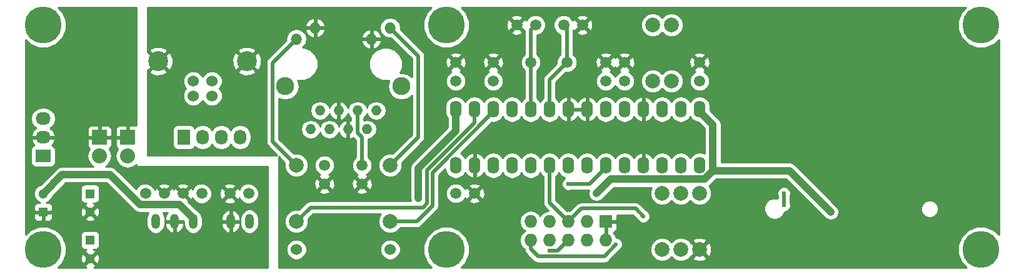
<source format=gbl>
G04 #@! TF.FileFunction,Copper,L2,Bot,Signal*
%FSLAX46Y46*%
G04 Gerber Fmt 4.6, Leading zero omitted, Abs format (unit mm)*
G04 Created by KiCad (PCBNEW 4.0.1-stable) date 2016 February 17, Wednesday 21:26:15*
%MOMM*%
G01*
G04 APERTURE LIST*
%ADD10C,0.100000*%
%ADD11R,1.727200X1.727200*%
%ADD12O,1.727200X1.727200*%
%ADD13C,5.000000*%
%ADD14C,1.998980*%
%ADD15C,1.524000*%
%ADD16C,2.700020*%
%ADD17O,1.600000X2.300000*%
%ADD18R,1.727200X2.032000*%
%ADD19O,1.727200X2.032000*%
%ADD20C,1.501140*%
%ADD21O,1.200000X2.000000*%
%ADD22R,1.300000X1.300000*%
%ADD23C,1.300000*%
%ADD24R,2.032000X2.032000*%
%ADD25O,2.032000X2.032000*%
%ADD26R,2.032000X1.727200*%
%ADD27O,2.032000X1.727200*%
%ADD28O,1.371600X1.371600*%
%ADD29O,2.438400X2.438400*%
%ADD30O,1.524000X1.524000*%
%ADD31C,0.600000*%
%ADD32C,0.500000*%
%ADD33C,1.000000*%
%ADD34C,0.254000*%
G04 APERTURE END LIST*
D10*
D11*
X156210000Y-106680000D03*
D12*
X156210000Y-109220000D03*
X153670000Y-106680000D03*
X153670000Y-109220000D03*
X151130000Y-106680000D03*
X151130000Y-109220000D03*
X148590000Y-106680000D03*
X148590000Y-109220000D03*
X146050000Y-106680000D03*
X146050000Y-109220000D03*
D13*
X207010000Y-110490000D03*
X207010000Y-80010000D03*
X134620000Y-110490000D03*
X134620000Y-80010000D03*
X80010000Y-110490000D03*
D14*
X168910000Y-110490000D03*
X168910000Y-102870000D03*
X162560000Y-80010000D03*
X162560000Y-87630000D03*
X165100000Y-87630000D03*
X165100000Y-80010000D03*
X166370000Y-110490000D03*
X166370000Y-102870000D03*
X163830000Y-102870000D03*
X163830000Y-110490000D03*
X114300000Y-99060000D03*
X114300000Y-106680000D03*
X127000000Y-99060000D03*
X127000000Y-106680000D03*
D15*
X102870000Y-89628980D03*
X100330000Y-89628980D03*
X100330000Y-87630000D03*
X102870000Y-87630000D03*
D16*
X107599480Y-84929980D03*
X95600520Y-84929980D03*
D17*
X135890000Y-99060000D03*
X138430000Y-99060000D03*
X140970000Y-99060000D03*
X143510000Y-99060000D03*
X146050000Y-99060000D03*
X148590000Y-99060000D03*
X151130000Y-99060000D03*
X153670000Y-99060000D03*
X156210000Y-99060000D03*
X158750000Y-99060000D03*
X161290000Y-99060000D03*
X163830000Y-99060000D03*
X166370000Y-99060000D03*
X168910000Y-99060000D03*
X168910000Y-91440000D03*
X166370000Y-91440000D03*
X163830000Y-91440000D03*
X161290000Y-91440000D03*
X158750000Y-91440000D03*
X156210000Y-91440000D03*
X153670000Y-91440000D03*
X151130000Y-91440000D03*
X148590000Y-91440000D03*
X146050000Y-91440000D03*
X143510000Y-91440000D03*
X140970000Y-91440000D03*
X138430000Y-91440000D03*
X135890000Y-91440000D03*
D15*
X127000000Y-110490000D03*
X114300000Y-110490000D03*
D18*
X99060000Y-95250000D03*
D19*
X101600000Y-95250000D03*
X104140000Y-95250000D03*
X106680000Y-95250000D03*
D20*
X150931880Y-85090000D03*
X146050000Y-85090000D03*
D13*
X80010000Y-80010000D03*
D20*
X123190000Y-99060000D03*
X123190000Y-101600000D03*
X118110000Y-99060000D03*
X118110000Y-101600000D03*
X146685000Y-80010000D03*
X144145000Y-80010000D03*
X150495000Y-80010000D03*
X153035000Y-80010000D03*
X135890000Y-87630000D03*
X135890000Y-85090000D03*
X140970000Y-85090000D03*
X140970000Y-87630000D03*
X156210000Y-85090000D03*
X156210000Y-87630000D03*
X158750000Y-85090000D03*
X158750000Y-87630000D03*
X168910000Y-85090000D03*
X168910000Y-87630000D03*
X135890000Y-102870000D03*
X138430000Y-102870000D03*
D21*
X107950000Y-106680000D03*
X105410000Y-106680000D03*
X100330000Y-106680000D03*
X97790000Y-106680000D03*
X95250000Y-106680000D03*
D20*
X98936265Y-102898491D03*
X101476265Y-102898491D03*
D22*
X80010000Y-105410000D03*
D23*
X80010000Y-102910000D03*
D22*
X86360000Y-102910000D03*
D23*
X86360000Y-105410000D03*
D20*
X105286265Y-102898491D03*
X107826265Y-102898491D03*
X93856265Y-102898491D03*
X96396265Y-102898491D03*
D22*
X86360000Y-109220000D03*
D23*
X86360000Y-111720000D03*
D24*
X87630000Y-95250000D03*
D25*
X87630000Y-97790000D03*
D24*
X91440000Y-95250000D03*
D25*
X91440000Y-97790000D03*
D26*
X80010000Y-97790000D03*
D27*
X80010000Y-95250000D03*
X80010000Y-92710000D03*
D28*
X125120400Y-91643200D03*
X123850400Y-94183200D03*
X122580400Y-91643200D03*
X121310400Y-94183200D03*
X120040400Y-91643200D03*
X118770400Y-94183200D03*
X117500400Y-91643200D03*
X116230400Y-94183200D03*
D29*
X112801400Y-88341200D03*
X128549400Y-88341200D03*
D30*
X127000000Y-80391000D03*
X116865400Y-80391000D03*
X124460000Y-81915000D03*
X114325400Y-81915000D03*
D31*
X200660000Y-80010000D03*
X184150000Y-105410000D03*
X191770000Y-105410000D03*
X170815000Y-80010000D03*
X156210000Y-101600000D03*
X186690000Y-105410000D03*
X154940000Y-102870000D03*
X130810000Y-103505000D03*
X161290000Y-105979990D03*
X148590000Y-110633603D03*
X151130000Y-101600000D03*
X157573601Y-109783591D03*
X180340000Y-102859039D03*
X180340000Y-104459059D03*
D32*
X150931880Y-85090000D02*
X150931880Y-80446880D01*
X150931880Y-80446880D02*
X150495000Y-80010000D01*
X148590000Y-91440000D02*
X148590000Y-87431880D01*
X148590000Y-87431880D02*
X150931880Y-85090000D01*
X146050000Y-85090000D02*
X146050000Y-80645000D01*
X146050000Y-80645000D02*
X146685000Y-80010000D01*
X146050000Y-91440000D02*
X146050000Y-85090000D01*
D33*
X156210000Y-101600000D02*
X154940000Y-102870000D01*
X156849990Y-100960010D02*
X156210000Y-101600000D01*
X186690000Y-105410000D02*
X181082045Y-99802045D01*
X181082045Y-99802045D02*
X170710000Y-99802045D01*
X168910000Y-91790000D02*
X170710000Y-93590000D01*
X170710000Y-99802045D02*
X169552035Y-100960010D01*
X170710000Y-93590000D02*
X170710000Y-99802045D01*
X169552035Y-100960010D02*
X156849990Y-100960010D01*
X168910000Y-91440000D02*
X168910000Y-91790000D01*
X130810000Y-99475100D02*
X130810000Y-103505000D01*
X135890000Y-91440000D02*
X135890000Y-94395100D01*
X135890000Y-94395100D02*
X130810000Y-99475100D01*
D32*
X151130000Y-106680000D02*
X148590000Y-104140000D01*
X148590000Y-104140000D02*
X148590000Y-99060000D01*
X161290000Y-105979990D02*
X160250011Y-104940001D01*
X160250011Y-104940001D02*
X152869999Y-104940001D01*
X152869999Y-104940001D02*
X151130000Y-106680000D01*
X148590000Y-98710000D02*
X148590000Y-99060000D01*
X148590000Y-110633603D02*
X149716397Y-110633603D01*
X149716397Y-110633603D02*
X151130000Y-109220000D01*
X151130000Y-99410000D02*
X151130000Y-99060000D01*
X153670000Y-98710000D02*
X153670000Y-99060000D01*
X151130000Y-101600000D02*
X154020000Y-101600000D01*
X154020000Y-101600000D02*
X156210000Y-99410000D01*
X156210000Y-99410000D02*
X156210000Y-99060000D01*
X157573601Y-109783591D02*
X156014526Y-111433604D01*
X156014526Y-111433604D02*
X147042290Y-111433604D01*
X147042290Y-111433604D02*
X146050000Y-110441314D01*
X146050000Y-110441314D02*
X146050000Y-109220000D01*
X180340000Y-104459059D02*
X180340000Y-102859039D01*
X163830000Y-99060000D02*
X163576000Y-99060000D01*
X132715000Y-100045000D02*
X132714999Y-104565675D01*
X132714999Y-104565675D02*
X130600674Y-106680000D01*
X130600674Y-106680000D02*
X127000000Y-106680000D01*
X140970000Y-91440000D02*
X140970000Y-91790000D01*
X140970000Y-91790000D02*
X132715000Y-100045000D01*
X138430000Y-91440000D02*
X138430000Y-93269326D01*
X138430000Y-93269326D02*
X131964990Y-99734336D01*
X131964990Y-99734336D02*
X131964990Y-104255010D01*
X116205000Y-104775000D02*
X114300000Y-106680000D01*
X131964990Y-104255010D02*
X131445000Y-104775000D01*
X131445000Y-104775000D02*
X116205000Y-104775000D01*
X138430000Y-91440000D02*
X138430000Y-91790000D01*
X123190000Y-99060000D02*
X123190000Y-95277786D01*
X123190000Y-95277786D02*
X122580400Y-94668186D01*
X122580400Y-94668186D02*
X122580400Y-91643200D01*
D33*
X80010000Y-102910000D02*
X82590000Y-100330000D01*
X98449062Y-104399062D02*
X100330000Y-106280000D01*
X82590000Y-100330000D02*
X89066928Y-100330000D01*
X89066928Y-100330000D02*
X93135990Y-104399062D01*
X100330000Y-106280000D02*
X100330000Y-106680000D01*
X93135990Y-104399062D02*
X98449062Y-104399062D01*
D32*
X114300000Y-99060000D02*
X111082199Y-95842199D01*
X111082199Y-95842199D02*
X111082199Y-85158201D01*
X111082199Y-85158201D02*
X114325400Y-81915000D01*
X127000000Y-99060000D02*
X130810000Y-95250000D01*
X130810000Y-95250000D02*
X130810000Y-84201000D01*
X130810000Y-84201000D02*
X127000000Y-80391000D01*
D34*
G36*
X132586445Y-77610313D02*
X131963826Y-78231847D01*
X131485546Y-79383674D01*
X131484457Y-80630854D01*
X131960727Y-81783515D01*
X132841847Y-82666174D01*
X133993674Y-83144454D01*
X135240854Y-83145543D01*
X136393515Y-82669273D01*
X137276174Y-81788153D01*
X137610946Y-80981930D01*
X143352675Y-80981930D01*
X143420735Y-81222931D01*
X143940034Y-81407767D01*
X144490538Y-81379805D01*
X144869265Y-81222931D01*
X144937325Y-80981930D01*
X144145000Y-80189605D01*
X143352675Y-80981930D01*
X137610946Y-80981930D01*
X137754454Y-80636326D01*
X137755179Y-79805034D01*
X142747233Y-79805034D01*
X142775195Y-80355538D01*
X142932069Y-80734265D01*
X143173070Y-80802325D01*
X143965395Y-80010000D01*
X143173070Y-79217675D01*
X142932069Y-79285735D01*
X142747233Y-79805034D01*
X137755179Y-79805034D01*
X137755543Y-79389146D01*
X137610482Y-79038070D01*
X143352675Y-79038070D01*
X144145000Y-79830395D01*
X144937325Y-79038070D01*
X144869265Y-78797069D01*
X144349966Y-78612233D01*
X143799462Y-78640195D01*
X143420735Y-78797069D01*
X143352675Y-79038070D01*
X137610482Y-79038070D01*
X137279273Y-78236485D01*
X136655594Y-77611717D01*
X204951447Y-77635268D01*
X204353826Y-78231847D01*
X203875546Y-79383674D01*
X203874457Y-80630854D01*
X204350727Y-81783515D01*
X205231847Y-82666174D01*
X206383674Y-83144454D01*
X207630854Y-83145543D01*
X208783515Y-82669273D01*
X209423000Y-82030903D01*
X209423000Y-108469782D01*
X208788153Y-107833826D01*
X207636326Y-107355546D01*
X206389146Y-107354457D01*
X205236485Y-107830727D01*
X204353826Y-108711847D01*
X203875546Y-109863674D01*
X203874457Y-111110854D01*
X204350727Y-112263515D01*
X205027041Y-112941010D01*
X136630065Y-112913136D01*
X137276174Y-112268153D01*
X137754454Y-111116326D01*
X137755543Y-109869146D01*
X137279273Y-108716485D01*
X136398153Y-107833826D01*
X135246326Y-107355546D01*
X133999146Y-107354457D01*
X132846485Y-107830727D01*
X131963826Y-108711847D01*
X131485546Y-109863674D01*
X131484457Y-111110854D01*
X131960727Y-112263515D01*
X132607579Y-112911497D01*
X111887000Y-112903052D01*
X111887000Y-110766661D01*
X112902758Y-110766661D01*
X113114990Y-111280303D01*
X113507630Y-111673629D01*
X114020900Y-111886757D01*
X114576661Y-111887242D01*
X115090303Y-111675010D01*
X115483629Y-111282370D01*
X115696757Y-110769100D01*
X115696759Y-110766661D01*
X125602758Y-110766661D01*
X125814990Y-111280303D01*
X126207630Y-111673629D01*
X126720900Y-111886757D01*
X127276661Y-111887242D01*
X127790303Y-111675010D01*
X128183629Y-111282370D01*
X128396757Y-110769100D01*
X128397242Y-110213339D01*
X128185010Y-109699697D01*
X127792370Y-109306371D01*
X127279100Y-109093243D01*
X126723339Y-109092758D01*
X126209697Y-109304990D01*
X125816371Y-109697630D01*
X125603243Y-110210900D01*
X125602758Y-110766661D01*
X115696759Y-110766661D01*
X115697242Y-110213339D01*
X115485010Y-109699697D01*
X115092370Y-109306371D01*
X114579100Y-109093243D01*
X114023339Y-109092758D01*
X113509697Y-109304990D01*
X113116371Y-109697630D01*
X112903243Y-110210900D01*
X112902758Y-110766661D01*
X111887000Y-110766661D01*
X111887000Y-107003694D01*
X112665226Y-107003694D01*
X112913538Y-107604655D01*
X113372927Y-108064846D01*
X113973453Y-108314206D01*
X114623694Y-108314774D01*
X115224655Y-108066462D01*
X115684846Y-107607073D01*
X115934206Y-107006547D01*
X115934774Y-106356306D01*
X115917377Y-106314202D01*
X116571579Y-105660000D01*
X125708243Y-105660000D01*
X125615154Y-105752927D01*
X125365794Y-106353453D01*
X125365226Y-107003694D01*
X125613538Y-107604655D01*
X126072927Y-108064846D01*
X126673453Y-108314206D01*
X127323694Y-108314774D01*
X127924655Y-108066462D01*
X128384846Y-107607073D01*
X128402316Y-107565000D01*
X130600669Y-107565000D01*
X130600674Y-107565001D01*
X130883158Y-107508810D01*
X130939349Y-107497633D01*
X131226464Y-107305790D01*
X131226465Y-107305789D01*
X133340786Y-105191467D01*
X133340789Y-105191465D01*
X133532632Y-104904350D01*
X133537541Y-104879673D01*
X133600000Y-104565675D01*
X133599999Y-104565670D01*
X133599999Y-103144398D01*
X134504190Y-103144398D01*
X134714686Y-103653837D01*
X135104113Y-104043944D01*
X135613184Y-104255329D01*
X136164398Y-104255810D01*
X136673837Y-104045314D01*
X136877576Y-103841930D01*
X137637675Y-103841930D01*
X137705735Y-104082931D01*
X138225034Y-104267767D01*
X138775538Y-104239805D01*
X139154265Y-104082931D01*
X139222325Y-103841930D01*
X138430000Y-103049605D01*
X137637675Y-103841930D01*
X136877576Y-103841930D01*
X137063944Y-103655887D01*
X137153379Y-103440504D01*
X137217069Y-103594265D01*
X137458070Y-103662325D01*
X138250395Y-102870000D01*
X138609605Y-102870000D01*
X139401930Y-103662325D01*
X139642931Y-103594265D01*
X139827767Y-103074966D01*
X139799805Y-102524462D01*
X139642931Y-102145735D01*
X139401930Y-102077675D01*
X138609605Y-102870000D01*
X138250395Y-102870000D01*
X137458070Y-102077675D01*
X137217069Y-102145735D01*
X137158231Y-102311040D01*
X137065314Y-102086163D01*
X136877549Y-101898070D01*
X137637675Y-101898070D01*
X138430000Y-102690395D01*
X139222325Y-101898070D01*
X139154265Y-101657069D01*
X138634966Y-101472233D01*
X138084462Y-101500195D01*
X137705735Y-101657069D01*
X137637675Y-101898070D01*
X136877549Y-101898070D01*
X136675887Y-101696056D01*
X136166816Y-101484671D01*
X135615602Y-101484190D01*
X135106163Y-101694686D01*
X134716056Y-102084113D01*
X134504671Y-102593184D01*
X134504190Y-103144398D01*
X133599999Y-103144398D01*
X133600000Y-100411580D01*
X134473517Y-99538063D01*
X134564233Y-99994121D01*
X134875302Y-100459668D01*
X135340849Y-100770737D01*
X135890000Y-100879970D01*
X136439151Y-100770737D01*
X136904698Y-100459668D01*
X137157149Y-100081849D01*
X137505104Y-100514500D01*
X137998181Y-100784367D01*
X138080961Y-100801904D01*
X138303000Y-100679915D01*
X138303000Y-99187000D01*
X138283000Y-99187000D01*
X138283000Y-98933000D01*
X138303000Y-98933000D01*
X138303000Y-97440085D01*
X138557000Y-97440085D01*
X138557000Y-98933000D01*
X138577000Y-98933000D01*
X138577000Y-99187000D01*
X138557000Y-99187000D01*
X138557000Y-100679915D01*
X138779039Y-100801904D01*
X138861819Y-100784367D01*
X139354896Y-100514500D01*
X139702851Y-100081849D01*
X139955302Y-100459668D01*
X140420849Y-100770737D01*
X140970000Y-100879970D01*
X141519151Y-100770737D01*
X141984698Y-100459668D01*
X142240000Y-100077582D01*
X142495302Y-100459668D01*
X142960849Y-100770737D01*
X143510000Y-100879970D01*
X144059151Y-100770737D01*
X144524698Y-100459668D01*
X144780000Y-100077582D01*
X145035302Y-100459668D01*
X145500849Y-100770737D01*
X146050000Y-100879970D01*
X146599151Y-100770737D01*
X147064698Y-100459668D01*
X147320000Y-100077582D01*
X147575302Y-100459668D01*
X147705000Y-100546330D01*
X147705000Y-104139995D01*
X147704999Y-104140000D01*
X147738331Y-104307566D01*
X147772367Y-104478675D01*
X147964210Y-104765790D01*
X148409820Y-105211400D01*
X147987152Y-105295474D01*
X147500971Y-105620330D01*
X147320000Y-105891172D01*
X147139029Y-105620330D01*
X146652848Y-105295474D01*
X146079359Y-105181400D01*
X146020641Y-105181400D01*
X145447152Y-105295474D01*
X144960971Y-105620330D01*
X144636115Y-106106511D01*
X144522041Y-106680000D01*
X144636115Y-107253489D01*
X144960971Y-107739670D01*
X145275752Y-107950000D01*
X144960971Y-108160330D01*
X144636115Y-108646511D01*
X144522041Y-109220000D01*
X144636115Y-109793489D01*
X144960971Y-110279670D01*
X145165000Y-110415998D01*
X145165000Y-110441309D01*
X145164999Y-110441314D01*
X145203249Y-110633603D01*
X145232367Y-110779989D01*
X145296103Y-110875377D01*
X145424210Y-111067104D01*
X146416498Y-112059391D01*
X146416500Y-112059394D01*
X146703615Y-112251237D01*
X146750198Y-112260503D01*
X147042290Y-112318605D01*
X147042295Y-112318604D01*
X156014526Y-112318604D01*
X156027025Y-112316118D01*
X156039595Y-112318250D01*
X156195951Y-112282516D01*
X156353201Y-112251237D01*
X156363799Y-112244156D01*
X156376225Y-112241316D01*
X156506973Y-112148490D01*
X156640316Y-112059394D01*
X156647398Y-112048794D01*
X156657791Y-112041416D01*
X157817848Y-110813694D01*
X162195226Y-110813694D01*
X162443538Y-111414655D01*
X162902927Y-111874846D01*
X163503453Y-112124206D01*
X164153694Y-112124774D01*
X164754655Y-111876462D01*
X165100199Y-111531520D01*
X165442927Y-111874846D01*
X166043453Y-112124206D01*
X166693694Y-112124774D01*
X167294655Y-111876462D01*
X167529362Y-111642163D01*
X167937443Y-111642163D01*
X168036042Y-111908965D01*
X168645582Y-112135401D01*
X169295377Y-112111341D01*
X169783958Y-111908965D01*
X169882557Y-111642163D01*
X168910000Y-110669605D01*
X167937443Y-111642163D01*
X167529362Y-111642163D01*
X167722401Y-111449461D01*
X167757837Y-111462557D01*
X168730395Y-110490000D01*
X169089605Y-110490000D01*
X170062163Y-111462557D01*
X170328965Y-111363958D01*
X170555401Y-110754418D01*
X170531341Y-110104623D01*
X170328965Y-109616042D01*
X170062163Y-109517443D01*
X169089605Y-110490000D01*
X168730395Y-110490000D01*
X167757837Y-109517443D01*
X167721901Y-109530724D01*
X167529351Y-109337837D01*
X167937443Y-109337837D01*
X168910000Y-110310395D01*
X169882557Y-109337837D01*
X169783958Y-109071035D01*
X169174418Y-108844599D01*
X168524623Y-108868659D01*
X168036042Y-109071035D01*
X167937443Y-109337837D01*
X167529351Y-109337837D01*
X167297073Y-109105154D01*
X166696547Y-108855794D01*
X166046306Y-108855226D01*
X165445345Y-109103538D01*
X165099801Y-109448480D01*
X164757073Y-109105154D01*
X164156547Y-108855794D01*
X163506306Y-108855226D01*
X162905345Y-109103538D01*
X162445154Y-109562927D01*
X162195794Y-110163453D01*
X162195226Y-110813694D01*
X157817848Y-110813694D01*
X158002852Y-110617900D01*
X158102544Y-110576708D01*
X158365793Y-110313918D01*
X158508439Y-109970390D01*
X158508763Y-109598424D01*
X158366718Y-109254648D01*
X158103928Y-108991399D01*
X157760400Y-108848753D01*
X157659860Y-108848665D01*
X157492688Y-108445053D01*
X157235880Y-108163700D01*
X157433298Y-108081927D01*
X157611927Y-107903299D01*
X157708600Y-107669910D01*
X157708600Y-106965750D01*
X157549850Y-106807000D01*
X156337000Y-106807000D01*
X156337000Y-109093000D01*
X156357000Y-109093000D01*
X156357000Y-109347000D01*
X156337000Y-109347000D01*
X156337000Y-109367000D01*
X156083000Y-109367000D01*
X156083000Y-109347000D01*
X156063000Y-109347000D01*
X156063000Y-109093000D01*
X156083000Y-109093000D01*
X156083000Y-106807000D01*
X156063000Y-106807000D01*
X156063000Y-106553000D01*
X156083000Y-106553000D01*
X156083000Y-106533000D01*
X156337000Y-106533000D01*
X156337000Y-106553000D01*
X157549850Y-106553000D01*
X157708600Y-106394250D01*
X157708600Y-105825001D01*
X159883431Y-105825001D01*
X160447255Y-106388825D01*
X160496883Y-106508933D01*
X160759673Y-106772182D01*
X161103201Y-106914828D01*
X161475167Y-106915152D01*
X161818943Y-106773107D01*
X162082192Y-106510317D01*
X162224838Y-106166789D01*
X162225162Y-105794823D01*
X162083117Y-105451047D01*
X161874270Y-105241835D01*
X177635922Y-105241835D01*
X177853750Y-105769018D01*
X178256740Y-106172713D01*
X178783542Y-106391460D01*
X179353955Y-106391958D01*
X179881138Y-106174130D01*
X180284833Y-105771140D01*
X180441374Y-105394148D01*
X180525167Y-105394221D01*
X180868943Y-105252176D01*
X181132192Y-104989386D01*
X181274838Y-104645858D01*
X181275162Y-104273892D01*
X181225000Y-104152490D01*
X181225000Y-103165861D01*
X181274838Y-103045838D01*
X181275162Y-102673872D01*
X181133117Y-102330096D01*
X180870327Y-102066847D01*
X180526799Y-101924201D01*
X180154833Y-101923877D01*
X179811057Y-102065922D01*
X179547808Y-102328712D01*
X179405162Y-102672240D01*
X179404838Y-103044206D01*
X179455000Y-103165608D01*
X179455000Y-103565218D01*
X179356458Y-103524300D01*
X178786045Y-103523802D01*
X178258862Y-103741630D01*
X177855167Y-104144620D01*
X177636420Y-104671422D01*
X177635922Y-105241835D01*
X161874270Y-105241835D01*
X161820327Y-105187798D01*
X161699013Y-105137424D01*
X160875801Y-104314211D01*
X160815459Y-104273892D01*
X160588686Y-104122368D01*
X160532495Y-104111191D01*
X160250011Y-104055000D01*
X160250006Y-104055001D01*
X152870004Y-104055001D01*
X152869999Y-104055000D01*
X152531324Y-104122368D01*
X152244209Y-104314211D01*
X152244207Y-104314214D01*
X151340908Y-105217512D01*
X151159359Y-105181400D01*
X151100641Y-105181400D01*
X150919092Y-105217512D01*
X149475000Y-103773420D01*
X149475000Y-100546330D01*
X149604698Y-100459668D01*
X149860000Y-100077582D01*
X150115302Y-100459668D01*
X150580849Y-100770737D01*
X150653542Y-100785197D01*
X150601057Y-100806883D01*
X150337808Y-101069673D01*
X150195162Y-101413201D01*
X150194838Y-101785167D01*
X150336883Y-102128943D01*
X150599673Y-102392192D01*
X150943201Y-102534838D01*
X151315167Y-102535162D01*
X151436569Y-102485000D01*
X153881582Y-102485000D01*
X153805000Y-102870000D01*
X153891397Y-103304345D01*
X154137434Y-103672566D01*
X154505655Y-103918603D01*
X154940000Y-104005000D01*
X155374345Y-103918603D01*
X155742566Y-103672566D01*
X157320122Y-102095010D01*
X162382004Y-102095010D01*
X162195794Y-102543453D01*
X162195226Y-103193694D01*
X162443538Y-103794655D01*
X162902927Y-104254846D01*
X163503453Y-104504206D01*
X164153694Y-104504774D01*
X164754655Y-104256462D01*
X165100199Y-103911520D01*
X165442927Y-104254846D01*
X166043453Y-104504206D01*
X166693694Y-104504774D01*
X167294655Y-104256462D01*
X167640199Y-103911520D01*
X167982927Y-104254846D01*
X168583453Y-104504206D01*
X169233694Y-104504774D01*
X169834655Y-104256462D01*
X170294846Y-103797073D01*
X170544206Y-103196547D01*
X170544774Y-102546306D01*
X170296462Y-101945345D01*
X170210277Y-101859010D01*
X170354601Y-101762576D01*
X171180132Y-100937045D01*
X180611913Y-100937045D01*
X185887434Y-106212566D01*
X186255655Y-106458603D01*
X186690000Y-106545000D01*
X187124345Y-106458603D01*
X187492566Y-106212566D01*
X187738603Y-105844345D01*
X187825000Y-105410000D01*
X187781745Y-105192539D01*
X198883065Y-105192539D01*
X199063076Y-105628201D01*
X199396106Y-105961812D01*
X199831453Y-106142584D01*
X200302839Y-106142995D01*
X200738501Y-105962984D01*
X201072112Y-105629954D01*
X201252884Y-105194607D01*
X201253295Y-104723221D01*
X201073284Y-104287559D01*
X200740254Y-103953948D01*
X200304907Y-103773176D01*
X199833521Y-103772765D01*
X199397859Y-103952776D01*
X199064248Y-104285806D01*
X198883476Y-104721153D01*
X198883065Y-105192539D01*
X187781745Y-105192539D01*
X187738603Y-104975655D01*
X187492566Y-104607434D01*
X181884611Y-98999479D01*
X181659906Y-98849336D01*
X181516391Y-98753442D01*
X181082045Y-98667045D01*
X171845000Y-98667045D01*
X171845000Y-93590000D01*
X171758603Y-93155654D01*
X171512566Y-92787434D01*
X170345000Y-91619868D01*
X170345000Y-91055030D01*
X170235767Y-90505879D01*
X169924698Y-90040332D01*
X169459151Y-89729263D01*
X168910000Y-89620030D01*
X168360849Y-89729263D01*
X167895302Y-90040332D01*
X167640000Y-90422418D01*
X167384698Y-90040332D01*
X166919151Y-89729263D01*
X166370000Y-89620030D01*
X165820849Y-89729263D01*
X165355302Y-90040332D01*
X165100000Y-90422418D01*
X164844698Y-90040332D01*
X164379151Y-89729263D01*
X163830000Y-89620030D01*
X163280849Y-89729263D01*
X162815302Y-90040332D01*
X162562851Y-90418151D01*
X162214896Y-89985500D01*
X161721819Y-89715633D01*
X161639039Y-89698096D01*
X161417000Y-89820085D01*
X161417000Y-91313000D01*
X161437000Y-91313000D01*
X161437000Y-91567000D01*
X161417000Y-91567000D01*
X161417000Y-93059915D01*
X161639039Y-93181904D01*
X161721819Y-93164367D01*
X162214896Y-92894500D01*
X162562851Y-92461849D01*
X162815302Y-92839668D01*
X163280849Y-93150737D01*
X163830000Y-93259970D01*
X164379151Y-93150737D01*
X164844698Y-92839668D01*
X165100000Y-92457582D01*
X165355302Y-92839668D01*
X165820849Y-93150737D01*
X166370000Y-93259970D01*
X166919151Y-93150737D01*
X167384698Y-92839668D01*
X167640000Y-92457582D01*
X167895302Y-92839668D01*
X168360849Y-93150737D01*
X168741277Y-93226409D01*
X169575000Y-94060132D01*
X169575000Y-97426671D01*
X169459151Y-97349263D01*
X168910000Y-97240030D01*
X168360849Y-97349263D01*
X167895302Y-97660332D01*
X167640000Y-98042418D01*
X167384698Y-97660332D01*
X166919151Y-97349263D01*
X166370000Y-97240030D01*
X165820849Y-97349263D01*
X165355302Y-97660332D01*
X165100000Y-98042418D01*
X164844698Y-97660332D01*
X164379151Y-97349263D01*
X163830000Y-97240030D01*
X163280849Y-97349263D01*
X162815302Y-97660332D01*
X162562851Y-98038151D01*
X162214896Y-97605500D01*
X161721819Y-97335633D01*
X161639039Y-97318096D01*
X161417000Y-97440085D01*
X161417000Y-98933000D01*
X161437000Y-98933000D01*
X161437000Y-99187000D01*
X161417000Y-99187000D01*
X161417000Y-99207000D01*
X161163000Y-99207000D01*
X161163000Y-99187000D01*
X161143000Y-99187000D01*
X161143000Y-98933000D01*
X161163000Y-98933000D01*
X161163000Y-97440085D01*
X160940961Y-97318096D01*
X160858181Y-97335633D01*
X160365104Y-97605500D01*
X160017149Y-98038151D01*
X159764698Y-97660332D01*
X159299151Y-97349263D01*
X158750000Y-97240030D01*
X158200849Y-97349263D01*
X157735302Y-97660332D01*
X157480000Y-98042418D01*
X157224698Y-97660332D01*
X156759151Y-97349263D01*
X156210000Y-97240030D01*
X155660849Y-97349263D01*
X155195302Y-97660332D01*
X154940000Y-98042418D01*
X154684698Y-97660332D01*
X154219151Y-97349263D01*
X153670000Y-97240030D01*
X153120849Y-97349263D01*
X152655302Y-97660332D01*
X152400000Y-98042418D01*
X152144698Y-97660332D01*
X151679151Y-97349263D01*
X151130000Y-97240030D01*
X150580849Y-97349263D01*
X150115302Y-97660332D01*
X149860000Y-98042418D01*
X149604698Y-97660332D01*
X149139151Y-97349263D01*
X148590000Y-97240030D01*
X148040849Y-97349263D01*
X147575302Y-97660332D01*
X147320000Y-98042418D01*
X147064698Y-97660332D01*
X146599151Y-97349263D01*
X146050000Y-97240030D01*
X145500849Y-97349263D01*
X145035302Y-97660332D01*
X144780000Y-98042418D01*
X144524698Y-97660332D01*
X144059151Y-97349263D01*
X143510000Y-97240030D01*
X142960849Y-97349263D01*
X142495302Y-97660332D01*
X142240000Y-98042418D01*
X141984698Y-97660332D01*
X141519151Y-97349263D01*
X140970000Y-97240030D01*
X140420849Y-97349263D01*
X139955302Y-97660332D01*
X139702851Y-98038151D01*
X139354896Y-97605500D01*
X138861819Y-97335633D01*
X138779039Y-97318096D01*
X138557000Y-97440085D01*
X138303000Y-97440085D01*
X138080961Y-97318096D01*
X137998181Y-97335633D01*
X137505104Y-97605500D01*
X137157149Y-98038151D01*
X136904698Y-97660332D01*
X136572929Y-97438651D01*
X140787843Y-93223737D01*
X140970000Y-93259970D01*
X141519151Y-93150737D01*
X141984698Y-92839668D01*
X142240000Y-92457582D01*
X142495302Y-92839668D01*
X142960849Y-93150737D01*
X143510000Y-93259970D01*
X144059151Y-93150737D01*
X144524698Y-92839668D01*
X144780000Y-92457582D01*
X145035302Y-92839668D01*
X145500849Y-93150737D01*
X146050000Y-93259970D01*
X146599151Y-93150737D01*
X147064698Y-92839668D01*
X147320000Y-92457582D01*
X147575302Y-92839668D01*
X148040849Y-93150737D01*
X148590000Y-93259970D01*
X149139151Y-93150737D01*
X149604698Y-92839668D01*
X149857149Y-92461849D01*
X150205104Y-92894500D01*
X150698181Y-93164367D01*
X150780961Y-93181904D01*
X151003000Y-93059915D01*
X151003000Y-91567000D01*
X151257000Y-91567000D01*
X151257000Y-93059915D01*
X151479039Y-93181904D01*
X151561819Y-93164367D01*
X152054896Y-92894500D01*
X152400000Y-92465393D01*
X152745104Y-92894500D01*
X153238181Y-93164367D01*
X153320961Y-93181904D01*
X153543000Y-93059915D01*
X153543000Y-91567000D01*
X151257000Y-91567000D01*
X151003000Y-91567000D01*
X150983000Y-91567000D01*
X150983000Y-91313000D01*
X151003000Y-91313000D01*
X151003000Y-89820085D01*
X151257000Y-89820085D01*
X151257000Y-91313000D01*
X153543000Y-91313000D01*
X153543000Y-89820085D01*
X153797000Y-89820085D01*
X153797000Y-91313000D01*
X153817000Y-91313000D01*
X153817000Y-91567000D01*
X153797000Y-91567000D01*
X153797000Y-93059915D01*
X154019039Y-93181904D01*
X154101819Y-93164367D01*
X154594896Y-92894500D01*
X154942851Y-92461849D01*
X155195302Y-92839668D01*
X155660849Y-93150737D01*
X156210000Y-93259970D01*
X156759151Y-93150737D01*
X157224698Y-92839668D01*
X157480000Y-92457582D01*
X157735302Y-92839668D01*
X158200849Y-93150737D01*
X158750000Y-93259970D01*
X159299151Y-93150737D01*
X159764698Y-92839668D01*
X160017149Y-92461849D01*
X160365104Y-92894500D01*
X160858181Y-93164367D01*
X160940961Y-93181904D01*
X161163000Y-93059915D01*
X161163000Y-91567000D01*
X161143000Y-91567000D01*
X161143000Y-91313000D01*
X161163000Y-91313000D01*
X161163000Y-89820085D01*
X160940961Y-89698096D01*
X160858181Y-89715633D01*
X160365104Y-89985500D01*
X160017149Y-90418151D01*
X159764698Y-90040332D01*
X159299151Y-89729263D01*
X158750000Y-89620030D01*
X158200849Y-89729263D01*
X157735302Y-90040332D01*
X157480000Y-90422418D01*
X157224698Y-90040332D01*
X156759151Y-89729263D01*
X156210000Y-89620030D01*
X155660849Y-89729263D01*
X155195302Y-90040332D01*
X154942851Y-90418151D01*
X154594896Y-89985500D01*
X154101819Y-89715633D01*
X154019039Y-89698096D01*
X153797000Y-89820085D01*
X153543000Y-89820085D01*
X153320961Y-89698096D01*
X153238181Y-89715633D01*
X152745104Y-89985500D01*
X152400000Y-90414607D01*
X152054896Y-89985500D01*
X151561819Y-89715633D01*
X151479039Y-89698096D01*
X151257000Y-89820085D01*
X151003000Y-89820085D01*
X150780961Y-89698096D01*
X150698181Y-89715633D01*
X150205104Y-89985500D01*
X149857149Y-90418151D01*
X149604698Y-90040332D01*
X149475000Y-89953670D01*
X149475000Y-87904398D01*
X154824190Y-87904398D01*
X155034686Y-88413837D01*
X155424113Y-88803944D01*
X155933184Y-89015329D01*
X156484398Y-89015810D01*
X156993837Y-88805314D01*
X157383944Y-88415887D01*
X157479975Y-88184619D01*
X157574686Y-88413837D01*
X157964113Y-88803944D01*
X158473184Y-89015329D01*
X159024398Y-89015810D01*
X159533837Y-88805314D01*
X159923944Y-88415887D01*
X160115863Y-87953694D01*
X160925226Y-87953694D01*
X161173538Y-88554655D01*
X161632927Y-89014846D01*
X162233453Y-89264206D01*
X162883694Y-89264774D01*
X163484655Y-89016462D01*
X163830199Y-88671520D01*
X164172927Y-89014846D01*
X164773453Y-89264206D01*
X165423694Y-89264774D01*
X166024655Y-89016462D01*
X166484846Y-88557073D01*
X166734206Y-87956547D01*
X166734251Y-87904398D01*
X167524190Y-87904398D01*
X167734686Y-88413837D01*
X168124113Y-88803944D01*
X168633184Y-89015329D01*
X169184398Y-89015810D01*
X169693837Y-88805314D01*
X170083944Y-88415887D01*
X170295329Y-87906816D01*
X170295810Y-87355602D01*
X170085314Y-86846163D01*
X169695887Y-86456056D01*
X169480504Y-86366621D01*
X169634265Y-86302931D01*
X169702325Y-86061930D01*
X168910000Y-85269605D01*
X168117675Y-86061930D01*
X168185735Y-86302931D01*
X168351040Y-86361769D01*
X168126163Y-86454686D01*
X167736056Y-86844113D01*
X167524671Y-87353184D01*
X167524190Y-87904398D01*
X166734251Y-87904398D01*
X166734774Y-87306306D01*
X166486462Y-86705345D01*
X166027073Y-86245154D01*
X165426547Y-85995794D01*
X164776306Y-85995226D01*
X164175345Y-86243538D01*
X163829801Y-86588480D01*
X163487073Y-86245154D01*
X162886547Y-85995794D01*
X162236306Y-85995226D01*
X161635345Y-86243538D01*
X161175154Y-86702927D01*
X160925794Y-87303453D01*
X160925226Y-87953694D01*
X160115863Y-87953694D01*
X160135329Y-87906816D01*
X160135810Y-87355602D01*
X159925314Y-86846163D01*
X159535887Y-86456056D01*
X159320504Y-86366621D01*
X159474265Y-86302931D01*
X159542325Y-86061930D01*
X158750000Y-85269605D01*
X157957675Y-86061930D01*
X158025735Y-86302931D01*
X158191040Y-86361769D01*
X157966163Y-86454686D01*
X157576056Y-86844113D01*
X157480025Y-87075381D01*
X157385314Y-86846163D01*
X156995887Y-86456056D01*
X156780504Y-86366621D01*
X156934265Y-86302931D01*
X157002325Y-86061930D01*
X156210000Y-85269605D01*
X155417675Y-86061930D01*
X155485735Y-86302931D01*
X155651040Y-86361769D01*
X155426163Y-86454686D01*
X155036056Y-86844113D01*
X154824671Y-87353184D01*
X154824190Y-87904398D01*
X149475000Y-87904398D01*
X149475000Y-87798460D01*
X150798006Y-86475454D01*
X151206278Y-86475810D01*
X151715717Y-86265314D01*
X152105824Y-85875887D01*
X152317209Y-85366816D01*
X152317629Y-84885034D01*
X154812233Y-84885034D01*
X154840195Y-85435538D01*
X154997069Y-85814265D01*
X155238070Y-85882325D01*
X156030395Y-85090000D01*
X156389605Y-85090000D01*
X157181930Y-85882325D01*
X157422931Y-85814265D01*
X157475681Y-85666062D01*
X157537069Y-85814265D01*
X157778070Y-85882325D01*
X158570395Y-85090000D01*
X158929605Y-85090000D01*
X159721930Y-85882325D01*
X159962931Y-85814265D01*
X160147767Y-85294966D01*
X160126946Y-84885034D01*
X167512233Y-84885034D01*
X167540195Y-85435538D01*
X167697069Y-85814265D01*
X167938070Y-85882325D01*
X168730395Y-85090000D01*
X169089605Y-85090000D01*
X169881930Y-85882325D01*
X170122931Y-85814265D01*
X170307767Y-85294966D01*
X170279805Y-84744462D01*
X170122931Y-84365735D01*
X169881930Y-84297675D01*
X169089605Y-85090000D01*
X168730395Y-85090000D01*
X167938070Y-84297675D01*
X167697069Y-84365735D01*
X167512233Y-84885034D01*
X160126946Y-84885034D01*
X160119805Y-84744462D01*
X159962931Y-84365735D01*
X159721930Y-84297675D01*
X158929605Y-85090000D01*
X158570395Y-85090000D01*
X157778070Y-84297675D01*
X157537069Y-84365735D01*
X157484319Y-84513938D01*
X157422931Y-84365735D01*
X157181930Y-84297675D01*
X156389605Y-85090000D01*
X156030395Y-85090000D01*
X155238070Y-84297675D01*
X154997069Y-84365735D01*
X154812233Y-84885034D01*
X152317629Y-84885034D01*
X152317690Y-84815602D01*
X152107194Y-84306163D01*
X151919429Y-84118070D01*
X155417675Y-84118070D01*
X156210000Y-84910395D01*
X157002325Y-84118070D01*
X157957675Y-84118070D01*
X158750000Y-84910395D01*
X159542325Y-84118070D01*
X168117675Y-84118070D01*
X168910000Y-84910395D01*
X169702325Y-84118070D01*
X169634265Y-83877069D01*
X169114966Y-83692233D01*
X168564462Y-83720195D01*
X168185735Y-83877069D01*
X168117675Y-84118070D01*
X159542325Y-84118070D01*
X159474265Y-83877069D01*
X158954966Y-83692233D01*
X158404462Y-83720195D01*
X158025735Y-83877069D01*
X157957675Y-84118070D01*
X157002325Y-84118070D01*
X156934265Y-83877069D01*
X156414966Y-83692233D01*
X155864462Y-83720195D01*
X155485735Y-83877069D01*
X155417675Y-84118070D01*
X151919429Y-84118070D01*
X151816880Y-84015342D01*
X151816880Y-80981930D01*
X152242675Y-80981930D01*
X152310735Y-81222931D01*
X152830034Y-81407767D01*
X153380538Y-81379805D01*
X153759265Y-81222931D01*
X153827325Y-80981930D01*
X153035000Y-80189605D01*
X152242675Y-80981930D01*
X151816880Y-80981930D01*
X151816880Y-80721738D01*
X151822069Y-80734265D01*
X152063070Y-80802325D01*
X152855395Y-80010000D01*
X153214605Y-80010000D01*
X154006930Y-80802325D01*
X154247931Y-80734265D01*
X154390507Y-80333694D01*
X160925226Y-80333694D01*
X161173538Y-80934655D01*
X161632927Y-81394846D01*
X162233453Y-81644206D01*
X162883694Y-81644774D01*
X163484655Y-81396462D01*
X163830199Y-81051520D01*
X164172927Y-81394846D01*
X164773453Y-81644206D01*
X165423694Y-81644774D01*
X166024655Y-81396462D01*
X166484846Y-80937073D01*
X166734206Y-80336547D01*
X166734774Y-79686306D01*
X166486462Y-79085345D01*
X166027073Y-78625154D01*
X165426547Y-78375794D01*
X164776306Y-78375226D01*
X164175345Y-78623538D01*
X163829801Y-78968480D01*
X163487073Y-78625154D01*
X162886547Y-78375794D01*
X162236306Y-78375226D01*
X161635345Y-78623538D01*
X161175154Y-79082927D01*
X160925794Y-79683453D01*
X160925226Y-80333694D01*
X154390507Y-80333694D01*
X154432767Y-80214966D01*
X154404805Y-79664462D01*
X154247931Y-79285735D01*
X154006930Y-79217675D01*
X153214605Y-80010000D01*
X152855395Y-80010000D01*
X152063070Y-79217675D01*
X151822069Y-79285735D01*
X151763231Y-79451040D01*
X151670314Y-79226163D01*
X151482549Y-79038070D01*
X152242675Y-79038070D01*
X153035000Y-79830395D01*
X153827325Y-79038070D01*
X153759265Y-78797069D01*
X153239966Y-78612233D01*
X152689462Y-78640195D01*
X152310735Y-78797069D01*
X152242675Y-79038070D01*
X151482549Y-79038070D01*
X151280887Y-78836056D01*
X150771816Y-78624671D01*
X150220602Y-78624190D01*
X149711163Y-78834686D01*
X149321056Y-79224113D01*
X149109671Y-79733184D01*
X149109190Y-80284398D01*
X149319686Y-80793837D01*
X149709113Y-81183944D01*
X150046880Y-81324197D01*
X150046880Y-84015673D01*
X149757936Y-84304113D01*
X149546551Y-84813184D01*
X149546192Y-85224108D01*
X147964210Y-86806090D01*
X147772367Y-87093205D01*
X147772367Y-87093206D01*
X147704999Y-87431880D01*
X147705000Y-87431885D01*
X147705000Y-89953670D01*
X147575302Y-90040332D01*
X147320000Y-90422418D01*
X147064698Y-90040332D01*
X146935000Y-89953670D01*
X146935000Y-86164327D01*
X147223944Y-85875887D01*
X147435329Y-85366816D01*
X147435810Y-84815602D01*
X147225314Y-84306163D01*
X146935000Y-84015342D01*
X146935000Y-81395789D01*
X146959398Y-81395810D01*
X147468837Y-81185314D01*
X147858944Y-80795887D01*
X148070329Y-80286816D01*
X148070810Y-79735602D01*
X147860314Y-79226163D01*
X147470887Y-78836056D01*
X146961816Y-78624671D01*
X146410602Y-78624190D01*
X145901163Y-78834686D01*
X145511056Y-79224113D01*
X145421621Y-79439496D01*
X145357931Y-79285735D01*
X145116930Y-79217675D01*
X144324605Y-80010000D01*
X145116930Y-80802325D01*
X145165000Y-80788750D01*
X145165000Y-84015673D01*
X144876056Y-84304113D01*
X144664671Y-84813184D01*
X144664190Y-85364398D01*
X144874686Y-85873837D01*
X145165000Y-86164658D01*
X145165000Y-89953670D01*
X145035302Y-90040332D01*
X144780000Y-90422418D01*
X144524698Y-90040332D01*
X144059151Y-89729263D01*
X143510000Y-89620030D01*
X142960849Y-89729263D01*
X142495302Y-90040332D01*
X142240000Y-90422418D01*
X141984698Y-90040332D01*
X141519151Y-89729263D01*
X140970000Y-89620030D01*
X140420849Y-89729263D01*
X139955302Y-90040332D01*
X139700000Y-90422418D01*
X139444698Y-90040332D01*
X138979151Y-89729263D01*
X138430000Y-89620030D01*
X137880849Y-89729263D01*
X137415302Y-90040332D01*
X137160000Y-90422418D01*
X136904698Y-90040332D01*
X136439151Y-89729263D01*
X135890000Y-89620030D01*
X135340849Y-89729263D01*
X134875302Y-90040332D01*
X134564233Y-90505879D01*
X134455000Y-91055030D01*
X134455000Y-91824970D01*
X134564233Y-92374121D01*
X134755000Y-92659624D01*
X134755000Y-93924968D01*
X130007434Y-98672534D01*
X129761397Y-99040754D01*
X129675000Y-99475100D01*
X129675000Y-103505000D01*
X129751581Y-103890000D01*
X116205005Y-103890000D01*
X116205000Y-103889999D01*
X115956922Y-103939346D01*
X115866325Y-103957367D01*
X115579210Y-104149210D01*
X115579208Y-104149213D01*
X114666173Y-105062248D01*
X114626547Y-105045794D01*
X113976306Y-105045226D01*
X113375345Y-105293538D01*
X112915154Y-105752927D01*
X112665794Y-106353453D01*
X112665226Y-107003694D01*
X111887000Y-107003694D01*
X111887000Y-102571930D01*
X117317675Y-102571930D01*
X117385735Y-102812931D01*
X117905034Y-102997767D01*
X118455538Y-102969805D01*
X118834265Y-102812931D01*
X118902325Y-102571930D01*
X122397675Y-102571930D01*
X122465735Y-102812931D01*
X122985034Y-102997767D01*
X123535538Y-102969805D01*
X123914265Y-102812931D01*
X123982325Y-102571930D01*
X123190000Y-101779605D01*
X122397675Y-102571930D01*
X118902325Y-102571930D01*
X118110000Y-101779605D01*
X117317675Y-102571930D01*
X111887000Y-102571930D01*
X111887000Y-101395034D01*
X116712233Y-101395034D01*
X116740195Y-101945538D01*
X116897069Y-102324265D01*
X117138070Y-102392325D01*
X117930395Y-101600000D01*
X118289605Y-101600000D01*
X119081930Y-102392325D01*
X119322931Y-102324265D01*
X119507767Y-101804966D01*
X119486946Y-101395034D01*
X121792233Y-101395034D01*
X121820195Y-101945538D01*
X121977069Y-102324265D01*
X122218070Y-102392325D01*
X123010395Y-101600000D01*
X123369605Y-101600000D01*
X124161930Y-102392325D01*
X124402931Y-102324265D01*
X124587767Y-101804966D01*
X124559805Y-101254462D01*
X124402931Y-100875735D01*
X124161930Y-100807675D01*
X123369605Y-101600000D01*
X123010395Y-101600000D01*
X122218070Y-100807675D01*
X121977069Y-100875735D01*
X121792233Y-101395034D01*
X119486946Y-101395034D01*
X119479805Y-101254462D01*
X119322931Y-100875735D01*
X119081930Y-100807675D01*
X118289605Y-101600000D01*
X117930395Y-101600000D01*
X117138070Y-100807675D01*
X116897069Y-100875735D01*
X116712233Y-101395034D01*
X111887000Y-101395034D01*
X111887000Y-97898579D01*
X112682248Y-98693827D01*
X112665794Y-98733453D01*
X112665226Y-99383694D01*
X112913538Y-99984655D01*
X113372927Y-100444846D01*
X113973453Y-100694206D01*
X114623694Y-100694774D01*
X115224655Y-100446462D01*
X115684846Y-99987073D01*
X115934206Y-99386547D01*
X115934251Y-99334398D01*
X116724190Y-99334398D01*
X116934686Y-99843837D01*
X117324113Y-100233944D01*
X117539496Y-100323379D01*
X117385735Y-100387069D01*
X117317675Y-100628070D01*
X118110000Y-101420395D01*
X118902325Y-100628070D01*
X118834265Y-100387069D01*
X118668960Y-100328231D01*
X118893837Y-100235314D01*
X119283944Y-99845887D01*
X119495329Y-99336816D01*
X119495810Y-98785602D01*
X119285314Y-98276163D01*
X118895887Y-97886056D01*
X118386816Y-97674671D01*
X117835602Y-97674190D01*
X117326163Y-97884686D01*
X116936056Y-98274113D01*
X116724671Y-98783184D01*
X116724190Y-99334398D01*
X115934251Y-99334398D01*
X115934774Y-98736306D01*
X115686462Y-98135345D01*
X115227073Y-97675154D01*
X114626547Y-97425794D01*
X113976306Y-97425226D01*
X113934202Y-97442623D01*
X111967199Y-95475619D01*
X111967199Y-94183200D01*
X114883724Y-94183200D01*
X114984264Y-94688648D01*
X115270577Y-95117147D01*
X115699076Y-95403460D01*
X116204524Y-95504000D01*
X116256276Y-95504000D01*
X116761724Y-95403460D01*
X117190223Y-95117147D01*
X117476536Y-94688648D01*
X117500400Y-94568676D01*
X117524264Y-94688648D01*
X117810577Y-95117147D01*
X118239076Y-95403460D01*
X118744524Y-95504000D01*
X118796276Y-95504000D01*
X119301724Y-95403460D01*
X119730223Y-95117147D01*
X120016536Y-94688648D01*
X120044908Y-94546012D01*
X120172144Y-94853211D01*
X120515191Y-95237801D01*
X120979301Y-95461838D01*
X121183400Y-95339141D01*
X121183400Y-94310200D01*
X121163400Y-94310200D01*
X121163400Y-94056200D01*
X121183400Y-94056200D01*
X121183400Y-93027259D01*
X120979301Y-92904562D01*
X120515191Y-93128599D01*
X120172144Y-93513189D01*
X120044908Y-93820388D01*
X120016536Y-93677752D01*
X119730223Y-93249253D01*
X119301724Y-92962940D01*
X118796276Y-92862400D01*
X118744524Y-92862400D01*
X118239076Y-92962940D01*
X117810577Y-93249253D01*
X117524264Y-93677752D01*
X117500400Y-93797724D01*
X117476536Y-93677752D01*
X117190223Y-93249253D01*
X116761724Y-92962940D01*
X116256276Y-92862400D01*
X116204524Y-92862400D01*
X115699076Y-92962940D01*
X115270577Y-93249253D01*
X114984264Y-93677752D01*
X114883724Y-94183200D01*
X111967199Y-94183200D01*
X111967199Y-91643200D01*
X116153724Y-91643200D01*
X116254264Y-92148648D01*
X116540577Y-92577147D01*
X116969076Y-92863460D01*
X117474524Y-92964000D01*
X117526276Y-92964000D01*
X118031724Y-92863460D01*
X118460223Y-92577147D01*
X118746536Y-92148648D01*
X118774908Y-92006012D01*
X118902144Y-92313211D01*
X119245191Y-92697801D01*
X119709301Y-92921838D01*
X119913400Y-92799141D01*
X119913400Y-91770200D01*
X119893400Y-91770200D01*
X119893400Y-91516200D01*
X119913400Y-91516200D01*
X119913400Y-90487259D01*
X120167400Y-90487259D01*
X120167400Y-91516200D01*
X120187400Y-91516200D01*
X120187400Y-91770200D01*
X120167400Y-91770200D01*
X120167400Y-92799141D01*
X120371499Y-92921838D01*
X120835609Y-92697801D01*
X121178656Y-92313211D01*
X121305892Y-92006012D01*
X121334264Y-92148648D01*
X121620577Y-92577147D01*
X121695400Y-92627142D01*
X121695400Y-92930581D01*
X121641499Y-92904562D01*
X121437400Y-93027259D01*
X121437400Y-94056200D01*
X121457400Y-94056200D01*
X121457400Y-94310200D01*
X121437400Y-94310200D01*
X121437400Y-95339141D01*
X121641499Y-95461838D01*
X121965884Y-95305250D01*
X122305000Y-95644365D01*
X122305000Y-97985673D01*
X122016056Y-98274113D01*
X121804671Y-98783184D01*
X121804190Y-99334398D01*
X122014686Y-99843837D01*
X122404113Y-100233944D01*
X122619496Y-100323379D01*
X122465735Y-100387069D01*
X122397675Y-100628070D01*
X123190000Y-101420395D01*
X123982325Y-100628070D01*
X123914265Y-100387069D01*
X123748960Y-100328231D01*
X123973837Y-100235314D01*
X124363944Y-99845887D01*
X124575329Y-99336816D01*
X124575810Y-98785602D01*
X124365314Y-98276163D01*
X124075000Y-97985342D01*
X124075000Y-95464471D01*
X124381724Y-95403460D01*
X124810223Y-95117147D01*
X125096536Y-94688648D01*
X125197076Y-94183200D01*
X125096536Y-93677752D01*
X124810223Y-93249253D01*
X124381724Y-92962940D01*
X123876276Y-92862400D01*
X123824524Y-92862400D01*
X123465400Y-92933834D01*
X123465400Y-92627142D01*
X123540223Y-92577147D01*
X123826536Y-92148648D01*
X123850400Y-92028676D01*
X123874264Y-92148648D01*
X124160577Y-92577147D01*
X124589076Y-92863460D01*
X125094524Y-92964000D01*
X125146276Y-92964000D01*
X125651724Y-92863460D01*
X126080223Y-92577147D01*
X126366536Y-92148648D01*
X126467076Y-91643200D01*
X126366536Y-91137752D01*
X126080223Y-90709253D01*
X125651724Y-90422940D01*
X125146276Y-90322400D01*
X125094524Y-90322400D01*
X124589076Y-90422940D01*
X124160577Y-90709253D01*
X123874264Y-91137752D01*
X123850400Y-91257724D01*
X123826536Y-91137752D01*
X123540223Y-90709253D01*
X123111724Y-90422940D01*
X122606276Y-90322400D01*
X122554524Y-90322400D01*
X122049076Y-90422940D01*
X121620577Y-90709253D01*
X121334264Y-91137752D01*
X121305892Y-91280388D01*
X121178656Y-90973189D01*
X120835609Y-90588599D01*
X120371499Y-90364562D01*
X120167400Y-90487259D01*
X119913400Y-90487259D01*
X119709301Y-90364562D01*
X119245191Y-90588599D01*
X118902144Y-90973189D01*
X118774908Y-91280388D01*
X118746536Y-91137752D01*
X118460223Y-90709253D01*
X118031724Y-90422940D01*
X117526276Y-90322400D01*
X117474524Y-90322400D01*
X116969076Y-90422940D01*
X116540577Y-90709253D01*
X116254264Y-91137752D01*
X116153724Y-91643200D01*
X111967199Y-91643200D01*
X111967199Y-89995255D01*
X112055502Y-90054257D01*
X112765074Y-90195400D01*
X112837726Y-90195400D01*
X113547298Y-90054257D01*
X114148843Y-89652317D01*
X114550783Y-89050772D01*
X114691926Y-88341200D01*
X114550783Y-87631628D01*
X114494582Y-87547517D01*
X114508766Y-87553407D01*
X115408088Y-87554192D01*
X116239254Y-87210761D01*
X116875726Y-86575399D01*
X117220607Y-85744834D01*
X117220610Y-85740888D01*
X124129408Y-85740888D01*
X124472839Y-86572054D01*
X125108201Y-87208526D01*
X125938766Y-87553407D01*
X126838088Y-87554192D01*
X126856972Y-87546389D01*
X126800017Y-87631628D01*
X126658874Y-88341200D01*
X126800017Y-89050772D01*
X127201957Y-89652317D01*
X127803502Y-90054257D01*
X128513074Y-90195400D01*
X128585726Y-90195400D01*
X129295298Y-90054257D01*
X129896843Y-89652317D01*
X129925000Y-89610177D01*
X129925000Y-94883421D01*
X127366172Y-97442248D01*
X127326547Y-97425794D01*
X126676306Y-97425226D01*
X126075345Y-97673538D01*
X125615154Y-98132927D01*
X125365794Y-98733453D01*
X125365226Y-99383694D01*
X125613538Y-99984655D01*
X126072927Y-100444846D01*
X126673453Y-100694206D01*
X127323694Y-100694774D01*
X127924655Y-100446462D01*
X128384846Y-99987073D01*
X128634206Y-99386547D01*
X128634774Y-98736306D01*
X128617377Y-98694203D01*
X131435787Y-95875792D01*
X131435790Y-95875790D01*
X131627633Y-95588675D01*
X131644476Y-95504000D01*
X131695001Y-95250000D01*
X131695000Y-95249995D01*
X131695000Y-87904398D01*
X134504190Y-87904398D01*
X134714686Y-88413837D01*
X135104113Y-88803944D01*
X135613184Y-89015329D01*
X136164398Y-89015810D01*
X136673837Y-88805314D01*
X137063944Y-88415887D01*
X137275329Y-87906816D01*
X137275331Y-87904398D01*
X139584190Y-87904398D01*
X139794686Y-88413837D01*
X140184113Y-88803944D01*
X140693184Y-89015329D01*
X141244398Y-89015810D01*
X141753837Y-88805314D01*
X142143944Y-88415887D01*
X142355329Y-87906816D01*
X142355810Y-87355602D01*
X142145314Y-86846163D01*
X141755887Y-86456056D01*
X141540504Y-86366621D01*
X141694265Y-86302931D01*
X141762325Y-86061930D01*
X140970000Y-85269605D01*
X140177675Y-86061930D01*
X140245735Y-86302931D01*
X140411040Y-86361769D01*
X140186163Y-86454686D01*
X139796056Y-86844113D01*
X139584671Y-87353184D01*
X139584190Y-87904398D01*
X137275331Y-87904398D01*
X137275810Y-87355602D01*
X137065314Y-86846163D01*
X136675887Y-86456056D01*
X136460504Y-86366621D01*
X136614265Y-86302931D01*
X136682325Y-86061930D01*
X135890000Y-85269605D01*
X135097675Y-86061930D01*
X135165735Y-86302931D01*
X135331040Y-86361769D01*
X135106163Y-86454686D01*
X134716056Y-86844113D01*
X134504671Y-87353184D01*
X134504190Y-87904398D01*
X131695000Y-87904398D01*
X131695000Y-84885034D01*
X134492233Y-84885034D01*
X134520195Y-85435538D01*
X134677069Y-85814265D01*
X134918070Y-85882325D01*
X135710395Y-85090000D01*
X136069605Y-85090000D01*
X136861930Y-85882325D01*
X137102931Y-85814265D01*
X137287767Y-85294966D01*
X137266946Y-84885034D01*
X139572233Y-84885034D01*
X139600195Y-85435538D01*
X139757069Y-85814265D01*
X139998070Y-85882325D01*
X140790395Y-85090000D01*
X141149605Y-85090000D01*
X141941930Y-85882325D01*
X142182931Y-85814265D01*
X142367767Y-85294966D01*
X142339805Y-84744462D01*
X142182931Y-84365735D01*
X141941930Y-84297675D01*
X141149605Y-85090000D01*
X140790395Y-85090000D01*
X139998070Y-84297675D01*
X139757069Y-84365735D01*
X139572233Y-84885034D01*
X137266946Y-84885034D01*
X137259805Y-84744462D01*
X137102931Y-84365735D01*
X136861930Y-84297675D01*
X136069605Y-85090000D01*
X135710395Y-85090000D01*
X134918070Y-84297675D01*
X134677069Y-84365735D01*
X134492233Y-84885034D01*
X131695000Y-84885034D01*
X131695000Y-84201005D01*
X131695001Y-84201000D01*
X131678505Y-84118070D01*
X135097675Y-84118070D01*
X135890000Y-84910395D01*
X136682325Y-84118070D01*
X140177675Y-84118070D01*
X140970000Y-84910395D01*
X141762325Y-84118070D01*
X141694265Y-83877069D01*
X141174966Y-83692233D01*
X140624462Y-83720195D01*
X140245735Y-83877069D01*
X140177675Y-84118070D01*
X136682325Y-84118070D01*
X136614265Y-83877069D01*
X136094966Y-83692233D01*
X135544462Y-83720195D01*
X135165735Y-83877069D01*
X135097675Y-84118070D01*
X131678505Y-84118070D01*
X131627633Y-83862326D01*
X131627633Y-83862325D01*
X131435790Y-83575210D01*
X131435787Y-83575208D01*
X128395702Y-80535122D01*
X128424369Y-80391000D01*
X128318029Y-79856391D01*
X128015197Y-79403172D01*
X127561978Y-79100340D01*
X127027369Y-78994000D01*
X126972631Y-78994000D01*
X126438022Y-79100340D01*
X125984803Y-79403172D01*
X125681971Y-79856391D01*
X125575631Y-80391000D01*
X125681971Y-80925609D01*
X125984803Y-81378828D01*
X126438022Y-81681660D01*
X126972631Y-81788000D01*
X127027369Y-81788000D01*
X127125834Y-81768414D01*
X129925000Y-84567579D01*
X129925000Y-87072223D01*
X129896843Y-87030083D01*
X129295298Y-86628143D01*
X128585726Y-86487000D01*
X128513074Y-86487000D01*
X128327069Y-86523999D01*
X128650607Y-85744834D01*
X128651392Y-84845512D01*
X128307961Y-84014346D01*
X127672599Y-83377874D01*
X126842034Y-83032993D01*
X125942712Y-83032208D01*
X125111546Y-83375639D01*
X124475074Y-84011001D01*
X124130193Y-84841566D01*
X124129408Y-85740888D01*
X117220610Y-85740888D01*
X117221392Y-84845512D01*
X116877961Y-84014346D01*
X116242599Y-83377874D01*
X115412034Y-83032993D01*
X115146139Y-83032761D01*
X115340597Y-82902828D01*
X115643429Y-82449609D01*
X115681528Y-82258070D01*
X123105780Y-82258070D01*
X123259826Y-82629997D01*
X123624801Y-83034858D01*
X124116928Y-83269231D01*
X124333000Y-83147476D01*
X124333000Y-82042000D01*
X124587000Y-82042000D01*
X124587000Y-83147476D01*
X124803072Y-83269231D01*
X125295199Y-83034858D01*
X125660174Y-82629997D01*
X125814220Y-82258070D01*
X125691720Y-82042000D01*
X124587000Y-82042000D01*
X124333000Y-82042000D01*
X123228280Y-82042000D01*
X123105780Y-82258070D01*
X115681528Y-82258070D01*
X115749769Y-81915000D01*
X115643429Y-81380391D01*
X115340597Y-80927172D01*
X115051601Y-80734070D01*
X115511180Y-80734070D01*
X115665226Y-81105997D01*
X116030201Y-81510858D01*
X116522328Y-81745231D01*
X116738400Y-81623476D01*
X116738400Y-80518000D01*
X116992400Y-80518000D01*
X116992400Y-81623476D01*
X117208472Y-81745231D01*
X117572362Y-81571930D01*
X123105780Y-81571930D01*
X123228280Y-81788000D01*
X124333000Y-81788000D01*
X124333000Y-80682524D01*
X124587000Y-80682524D01*
X124587000Y-81788000D01*
X125691720Y-81788000D01*
X125814220Y-81571930D01*
X125660174Y-81200003D01*
X125295199Y-80795142D01*
X124803072Y-80560769D01*
X124587000Y-80682524D01*
X124333000Y-80682524D01*
X124116928Y-80560769D01*
X123624801Y-80795142D01*
X123259826Y-81200003D01*
X123105780Y-81571930D01*
X117572362Y-81571930D01*
X117700599Y-81510858D01*
X118065574Y-81105997D01*
X118219620Y-80734070D01*
X118097120Y-80518000D01*
X116992400Y-80518000D01*
X116738400Y-80518000D01*
X115633680Y-80518000D01*
X115511180Y-80734070D01*
X115051601Y-80734070D01*
X114887378Y-80624340D01*
X114352769Y-80518000D01*
X114298031Y-80518000D01*
X113763422Y-80624340D01*
X113310203Y-80927172D01*
X113007371Y-81380391D01*
X112901031Y-81915000D01*
X112929699Y-82059122D01*
X110456409Y-84532411D01*
X110264566Y-84819526D01*
X110264566Y-84819527D01*
X110197198Y-85158201D01*
X110197199Y-85158206D01*
X110197199Y-95842194D01*
X110197198Y-95842199D01*
X110242041Y-96067633D01*
X110264566Y-96180874D01*
X110456409Y-96467989D01*
X111651421Y-97663000D01*
X94107000Y-97663000D01*
X94107000Y-94234000D01*
X97548960Y-94234000D01*
X97548960Y-96266000D01*
X97593238Y-96501317D01*
X97732310Y-96717441D01*
X97944510Y-96862431D01*
X98196400Y-96913440D01*
X99923600Y-96913440D01*
X100158917Y-96869162D01*
X100375041Y-96730090D01*
X100520031Y-96517890D01*
X100528400Y-96476561D01*
X100540330Y-96494415D01*
X101026511Y-96819271D01*
X101600000Y-96933345D01*
X102173489Y-96819271D01*
X102659670Y-96494415D01*
X102870000Y-96179634D01*
X103080330Y-96494415D01*
X103566511Y-96819271D01*
X104140000Y-96933345D01*
X104713489Y-96819271D01*
X105199670Y-96494415D01*
X105410000Y-96179634D01*
X105620330Y-96494415D01*
X106106511Y-96819271D01*
X106680000Y-96933345D01*
X107253489Y-96819271D01*
X107739670Y-96494415D01*
X108064526Y-96008234D01*
X108178600Y-95434745D01*
X108178600Y-95065255D01*
X108064526Y-94491766D01*
X107739670Y-94005585D01*
X107253489Y-93680729D01*
X106680000Y-93566655D01*
X106106511Y-93680729D01*
X105620330Y-94005585D01*
X105410000Y-94320366D01*
X105199670Y-94005585D01*
X104713489Y-93680729D01*
X104140000Y-93566655D01*
X103566511Y-93680729D01*
X103080330Y-94005585D01*
X102870000Y-94320366D01*
X102659670Y-94005585D01*
X102173489Y-93680729D01*
X101600000Y-93566655D01*
X101026511Y-93680729D01*
X100540330Y-94005585D01*
X100530757Y-94019913D01*
X100526762Y-93998683D01*
X100387690Y-93782559D01*
X100175490Y-93637569D01*
X99923600Y-93586560D01*
X98196400Y-93586560D01*
X97961083Y-93630838D01*
X97744959Y-93769910D01*
X97599969Y-93982110D01*
X97548960Y-94234000D01*
X94107000Y-94234000D01*
X94107000Y-87906661D01*
X98932758Y-87906661D01*
X99144990Y-88420303D01*
X99353832Y-88629510D01*
X99146371Y-88836610D01*
X98933243Y-89349880D01*
X98932758Y-89905641D01*
X99144990Y-90419283D01*
X99537630Y-90812609D01*
X100050900Y-91025737D01*
X100606661Y-91026222D01*
X101120303Y-90813990D01*
X101513629Y-90421350D01*
X101599949Y-90213468D01*
X101684990Y-90419283D01*
X102077630Y-90812609D01*
X102590900Y-91025737D01*
X103146661Y-91026222D01*
X103660303Y-90813990D01*
X104053629Y-90421350D01*
X104266757Y-89908080D01*
X104267242Y-89352319D01*
X104055010Y-88838677D01*
X103846168Y-88629470D01*
X104053629Y-88422370D01*
X104266757Y-87909100D01*
X104267242Y-87353339D01*
X104055010Y-86839697D01*
X103662370Y-86446371D01*
X103395558Y-86335581D01*
X106373484Y-86335581D01*
X106514952Y-86638770D01*
X107251432Y-86923727D01*
X108040900Y-86905154D01*
X108684008Y-86638770D01*
X108825476Y-86335581D01*
X107599480Y-85109585D01*
X106373484Y-86335581D01*
X103395558Y-86335581D01*
X103149100Y-86233243D01*
X102593339Y-86232758D01*
X102079697Y-86444990D01*
X101686371Y-86837630D01*
X101600051Y-87045512D01*
X101515010Y-86839697D01*
X101122370Y-86446371D01*
X100609100Y-86233243D01*
X100053339Y-86232758D01*
X99539697Y-86444990D01*
X99146371Y-86837630D01*
X98933243Y-87350900D01*
X98932758Y-87906661D01*
X94107000Y-87906661D01*
X94107000Y-86335581D01*
X94374524Y-86335581D01*
X94515992Y-86638770D01*
X95252472Y-86923727D01*
X96041940Y-86905154D01*
X96685048Y-86638770D01*
X96826516Y-86335581D01*
X95600520Y-85109585D01*
X94374524Y-86335581D01*
X94107000Y-86335581D01*
X94107000Y-86114953D01*
X94194919Y-86155976D01*
X95420915Y-84929980D01*
X95780125Y-84929980D01*
X97006121Y-86155976D01*
X97309310Y-86014508D01*
X97594267Y-85278028D01*
X97577891Y-84581932D01*
X105605733Y-84581932D01*
X105624306Y-85371400D01*
X105890690Y-86014508D01*
X106193879Y-86155976D01*
X107419875Y-84929980D01*
X107779085Y-84929980D01*
X109005081Y-86155976D01*
X109308270Y-86014508D01*
X109593227Y-85278028D01*
X109574654Y-84488560D01*
X109308270Y-83845452D01*
X109005081Y-83703984D01*
X107779085Y-84929980D01*
X107419875Y-84929980D01*
X106193879Y-83703984D01*
X105890690Y-83845452D01*
X105605733Y-84581932D01*
X97577891Y-84581932D01*
X97575694Y-84488560D01*
X97309310Y-83845452D01*
X97006121Y-83703984D01*
X95780125Y-84929980D01*
X95420915Y-84929980D01*
X94194919Y-83703984D01*
X94107000Y-83745007D01*
X94107000Y-83524379D01*
X94374524Y-83524379D01*
X95600520Y-84750375D01*
X96826516Y-83524379D01*
X106373484Y-83524379D01*
X107599480Y-84750375D01*
X108825476Y-83524379D01*
X108684008Y-83221190D01*
X107947528Y-82936233D01*
X107158060Y-82954806D01*
X106514952Y-83221190D01*
X106373484Y-83524379D01*
X96826516Y-83524379D01*
X96685048Y-83221190D01*
X95948568Y-82936233D01*
X95159100Y-82954806D01*
X94515992Y-83221190D01*
X94374524Y-83524379D01*
X94107000Y-83524379D01*
X94107000Y-80047930D01*
X115511180Y-80047930D01*
X115633680Y-80264000D01*
X116738400Y-80264000D01*
X116738400Y-79158524D01*
X116992400Y-79158524D01*
X116992400Y-80264000D01*
X118097120Y-80264000D01*
X118219620Y-80047930D01*
X118065574Y-79676003D01*
X117700599Y-79271142D01*
X117208472Y-79036769D01*
X116992400Y-79158524D01*
X116738400Y-79158524D01*
X116522328Y-79036769D01*
X116030201Y-79271142D01*
X115665226Y-79676003D01*
X115511180Y-80047930D01*
X94107000Y-80047930D01*
X94107000Y-77597044D01*
X132586445Y-77610313D01*
X132586445Y-77610313D01*
G37*
X132586445Y-77610313D02*
X131963826Y-78231847D01*
X131485546Y-79383674D01*
X131484457Y-80630854D01*
X131960727Y-81783515D01*
X132841847Y-82666174D01*
X133993674Y-83144454D01*
X135240854Y-83145543D01*
X136393515Y-82669273D01*
X137276174Y-81788153D01*
X137610946Y-80981930D01*
X143352675Y-80981930D01*
X143420735Y-81222931D01*
X143940034Y-81407767D01*
X144490538Y-81379805D01*
X144869265Y-81222931D01*
X144937325Y-80981930D01*
X144145000Y-80189605D01*
X143352675Y-80981930D01*
X137610946Y-80981930D01*
X137754454Y-80636326D01*
X137755179Y-79805034D01*
X142747233Y-79805034D01*
X142775195Y-80355538D01*
X142932069Y-80734265D01*
X143173070Y-80802325D01*
X143965395Y-80010000D01*
X143173070Y-79217675D01*
X142932069Y-79285735D01*
X142747233Y-79805034D01*
X137755179Y-79805034D01*
X137755543Y-79389146D01*
X137610482Y-79038070D01*
X143352675Y-79038070D01*
X144145000Y-79830395D01*
X144937325Y-79038070D01*
X144869265Y-78797069D01*
X144349966Y-78612233D01*
X143799462Y-78640195D01*
X143420735Y-78797069D01*
X143352675Y-79038070D01*
X137610482Y-79038070D01*
X137279273Y-78236485D01*
X136655594Y-77611717D01*
X204951447Y-77635268D01*
X204353826Y-78231847D01*
X203875546Y-79383674D01*
X203874457Y-80630854D01*
X204350727Y-81783515D01*
X205231847Y-82666174D01*
X206383674Y-83144454D01*
X207630854Y-83145543D01*
X208783515Y-82669273D01*
X209423000Y-82030903D01*
X209423000Y-108469782D01*
X208788153Y-107833826D01*
X207636326Y-107355546D01*
X206389146Y-107354457D01*
X205236485Y-107830727D01*
X204353826Y-108711847D01*
X203875546Y-109863674D01*
X203874457Y-111110854D01*
X204350727Y-112263515D01*
X205027041Y-112941010D01*
X136630065Y-112913136D01*
X137276174Y-112268153D01*
X137754454Y-111116326D01*
X137755543Y-109869146D01*
X137279273Y-108716485D01*
X136398153Y-107833826D01*
X135246326Y-107355546D01*
X133999146Y-107354457D01*
X132846485Y-107830727D01*
X131963826Y-108711847D01*
X131485546Y-109863674D01*
X131484457Y-111110854D01*
X131960727Y-112263515D01*
X132607579Y-112911497D01*
X111887000Y-112903052D01*
X111887000Y-110766661D01*
X112902758Y-110766661D01*
X113114990Y-111280303D01*
X113507630Y-111673629D01*
X114020900Y-111886757D01*
X114576661Y-111887242D01*
X115090303Y-111675010D01*
X115483629Y-111282370D01*
X115696757Y-110769100D01*
X115696759Y-110766661D01*
X125602758Y-110766661D01*
X125814990Y-111280303D01*
X126207630Y-111673629D01*
X126720900Y-111886757D01*
X127276661Y-111887242D01*
X127790303Y-111675010D01*
X128183629Y-111282370D01*
X128396757Y-110769100D01*
X128397242Y-110213339D01*
X128185010Y-109699697D01*
X127792370Y-109306371D01*
X127279100Y-109093243D01*
X126723339Y-109092758D01*
X126209697Y-109304990D01*
X125816371Y-109697630D01*
X125603243Y-110210900D01*
X125602758Y-110766661D01*
X115696759Y-110766661D01*
X115697242Y-110213339D01*
X115485010Y-109699697D01*
X115092370Y-109306371D01*
X114579100Y-109093243D01*
X114023339Y-109092758D01*
X113509697Y-109304990D01*
X113116371Y-109697630D01*
X112903243Y-110210900D01*
X112902758Y-110766661D01*
X111887000Y-110766661D01*
X111887000Y-107003694D01*
X112665226Y-107003694D01*
X112913538Y-107604655D01*
X113372927Y-108064846D01*
X113973453Y-108314206D01*
X114623694Y-108314774D01*
X115224655Y-108066462D01*
X115684846Y-107607073D01*
X115934206Y-107006547D01*
X115934774Y-106356306D01*
X115917377Y-106314202D01*
X116571579Y-105660000D01*
X125708243Y-105660000D01*
X125615154Y-105752927D01*
X125365794Y-106353453D01*
X125365226Y-107003694D01*
X125613538Y-107604655D01*
X126072927Y-108064846D01*
X126673453Y-108314206D01*
X127323694Y-108314774D01*
X127924655Y-108066462D01*
X128384846Y-107607073D01*
X128402316Y-107565000D01*
X130600669Y-107565000D01*
X130600674Y-107565001D01*
X130883158Y-107508810D01*
X130939349Y-107497633D01*
X131226464Y-107305790D01*
X131226465Y-107305789D01*
X133340786Y-105191467D01*
X133340789Y-105191465D01*
X133532632Y-104904350D01*
X133537541Y-104879673D01*
X133600000Y-104565675D01*
X133599999Y-104565670D01*
X133599999Y-103144398D01*
X134504190Y-103144398D01*
X134714686Y-103653837D01*
X135104113Y-104043944D01*
X135613184Y-104255329D01*
X136164398Y-104255810D01*
X136673837Y-104045314D01*
X136877576Y-103841930D01*
X137637675Y-103841930D01*
X137705735Y-104082931D01*
X138225034Y-104267767D01*
X138775538Y-104239805D01*
X139154265Y-104082931D01*
X139222325Y-103841930D01*
X138430000Y-103049605D01*
X137637675Y-103841930D01*
X136877576Y-103841930D01*
X137063944Y-103655887D01*
X137153379Y-103440504D01*
X137217069Y-103594265D01*
X137458070Y-103662325D01*
X138250395Y-102870000D01*
X138609605Y-102870000D01*
X139401930Y-103662325D01*
X139642931Y-103594265D01*
X139827767Y-103074966D01*
X139799805Y-102524462D01*
X139642931Y-102145735D01*
X139401930Y-102077675D01*
X138609605Y-102870000D01*
X138250395Y-102870000D01*
X137458070Y-102077675D01*
X137217069Y-102145735D01*
X137158231Y-102311040D01*
X137065314Y-102086163D01*
X136877549Y-101898070D01*
X137637675Y-101898070D01*
X138430000Y-102690395D01*
X139222325Y-101898070D01*
X139154265Y-101657069D01*
X138634966Y-101472233D01*
X138084462Y-101500195D01*
X137705735Y-101657069D01*
X137637675Y-101898070D01*
X136877549Y-101898070D01*
X136675887Y-101696056D01*
X136166816Y-101484671D01*
X135615602Y-101484190D01*
X135106163Y-101694686D01*
X134716056Y-102084113D01*
X134504671Y-102593184D01*
X134504190Y-103144398D01*
X133599999Y-103144398D01*
X133600000Y-100411580D01*
X134473517Y-99538063D01*
X134564233Y-99994121D01*
X134875302Y-100459668D01*
X135340849Y-100770737D01*
X135890000Y-100879970D01*
X136439151Y-100770737D01*
X136904698Y-100459668D01*
X137157149Y-100081849D01*
X137505104Y-100514500D01*
X137998181Y-100784367D01*
X138080961Y-100801904D01*
X138303000Y-100679915D01*
X138303000Y-99187000D01*
X138283000Y-99187000D01*
X138283000Y-98933000D01*
X138303000Y-98933000D01*
X138303000Y-97440085D01*
X138557000Y-97440085D01*
X138557000Y-98933000D01*
X138577000Y-98933000D01*
X138577000Y-99187000D01*
X138557000Y-99187000D01*
X138557000Y-100679915D01*
X138779039Y-100801904D01*
X138861819Y-100784367D01*
X139354896Y-100514500D01*
X139702851Y-100081849D01*
X139955302Y-100459668D01*
X140420849Y-100770737D01*
X140970000Y-100879970D01*
X141519151Y-100770737D01*
X141984698Y-100459668D01*
X142240000Y-100077582D01*
X142495302Y-100459668D01*
X142960849Y-100770737D01*
X143510000Y-100879970D01*
X144059151Y-100770737D01*
X144524698Y-100459668D01*
X144780000Y-100077582D01*
X145035302Y-100459668D01*
X145500849Y-100770737D01*
X146050000Y-100879970D01*
X146599151Y-100770737D01*
X147064698Y-100459668D01*
X147320000Y-100077582D01*
X147575302Y-100459668D01*
X147705000Y-100546330D01*
X147705000Y-104139995D01*
X147704999Y-104140000D01*
X147738331Y-104307566D01*
X147772367Y-104478675D01*
X147964210Y-104765790D01*
X148409820Y-105211400D01*
X147987152Y-105295474D01*
X147500971Y-105620330D01*
X147320000Y-105891172D01*
X147139029Y-105620330D01*
X146652848Y-105295474D01*
X146079359Y-105181400D01*
X146020641Y-105181400D01*
X145447152Y-105295474D01*
X144960971Y-105620330D01*
X144636115Y-106106511D01*
X144522041Y-106680000D01*
X144636115Y-107253489D01*
X144960971Y-107739670D01*
X145275752Y-107950000D01*
X144960971Y-108160330D01*
X144636115Y-108646511D01*
X144522041Y-109220000D01*
X144636115Y-109793489D01*
X144960971Y-110279670D01*
X145165000Y-110415998D01*
X145165000Y-110441309D01*
X145164999Y-110441314D01*
X145203249Y-110633603D01*
X145232367Y-110779989D01*
X145296103Y-110875377D01*
X145424210Y-111067104D01*
X146416498Y-112059391D01*
X146416500Y-112059394D01*
X146703615Y-112251237D01*
X146750198Y-112260503D01*
X147042290Y-112318605D01*
X147042295Y-112318604D01*
X156014526Y-112318604D01*
X156027025Y-112316118D01*
X156039595Y-112318250D01*
X156195951Y-112282516D01*
X156353201Y-112251237D01*
X156363799Y-112244156D01*
X156376225Y-112241316D01*
X156506973Y-112148490D01*
X156640316Y-112059394D01*
X156647398Y-112048794D01*
X156657791Y-112041416D01*
X157817848Y-110813694D01*
X162195226Y-110813694D01*
X162443538Y-111414655D01*
X162902927Y-111874846D01*
X163503453Y-112124206D01*
X164153694Y-112124774D01*
X164754655Y-111876462D01*
X165100199Y-111531520D01*
X165442927Y-111874846D01*
X166043453Y-112124206D01*
X166693694Y-112124774D01*
X167294655Y-111876462D01*
X167529362Y-111642163D01*
X167937443Y-111642163D01*
X168036042Y-111908965D01*
X168645582Y-112135401D01*
X169295377Y-112111341D01*
X169783958Y-111908965D01*
X169882557Y-111642163D01*
X168910000Y-110669605D01*
X167937443Y-111642163D01*
X167529362Y-111642163D01*
X167722401Y-111449461D01*
X167757837Y-111462557D01*
X168730395Y-110490000D01*
X169089605Y-110490000D01*
X170062163Y-111462557D01*
X170328965Y-111363958D01*
X170555401Y-110754418D01*
X170531341Y-110104623D01*
X170328965Y-109616042D01*
X170062163Y-109517443D01*
X169089605Y-110490000D01*
X168730395Y-110490000D01*
X167757837Y-109517443D01*
X167721901Y-109530724D01*
X167529351Y-109337837D01*
X167937443Y-109337837D01*
X168910000Y-110310395D01*
X169882557Y-109337837D01*
X169783958Y-109071035D01*
X169174418Y-108844599D01*
X168524623Y-108868659D01*
X168036042Y-109071035D01*
X167937443Y-109337837D01*
X167529351Y-109337837D01*
X167297073Y-109105154D01*
X166696547Y-108855794D01*
X166046306Y-108855226D01*
X165445345Y-109103538D01*
X165099801Y-109448480D01*
X164757073Y-109105154D01*
X164156547Y-108855794D01*
X163506306Y-108855226D01*
X162905345Y-109103538D01*
X162445154Y-109562927D01*
X162195794Y-110163453D01*
X162195226Y-110813694D01*
X157817848Y-110813694D01*
X158002852Y-110617900D01*
X158102544Y-110576708D01*
X158365793Y-110313918D01*
X158508439Y-109970390D01*
X158508763Y-109598424D01*
X158366718Y-109254648D01*
X158103928Y-108991399D01*
X157760400Y-108848753D01*
X157659860Y-108848665D01*
X157492688Y-108445053D01*
X157235880Y-108163700D01*
X157433298Y-108081927D01*
X157611927Y-107903299D01*
X157708600Y-107669910D01*
X157708600Y-106965750D01*
X157549850Y-106807000D01*
X156337000Y-106807000D01*
X156337000Y-109093000D01*
X156357000Y-109093000D01*
X156357000Y-109347000D01*
X156337000Y-109347000D01*
X156337000Y-109367000D01*
X156083000Y-109367000D01*
X156083000Y-109347000D01*
X156063000Y-109347000D01*
X156063000Y-109093000D01*
X156083000Y-109093000D01*
X156083000Y-106807000D01*
X156063000Y-106807000D01*
X156063000Y-106553000D01*
X156083000Y-106553000D01*
X156083000Y-106533000D01*
X156337000Y-106533000D01*
X156337000Y-106553000D01*
X157549850Y-106553000D01*
X157708600Y-106394250D01*
X157708600Y-105825001D01*
X159883431Y-105825001D01*
X160447255Y-106388825D01*
X160496883Y-106508933D01*
X160759673Y-106772182D01*
X161103201Y-106914828D01*
X161475167Y-106915152D01*
X161818943Y-106773107D01*
X162082192Y-106510317D01*
X162224838Y-106166789D01*
X162225162Y-105794823D01*
X162083117Y-105451047D01*
X161874270Y-105241835D01*
X177635922Y-105241835D01*
X177853750Y-105769018D01*
X178256740Y-106172713D01*
X178783542Y-106391460D01*
X179353955Y-106391958D01*
X179881138Y-106174130D01*
X180284833Y-105771140D01*
X180441374Y-105394148D01*
X180525167Y-105394221D01*
X180868943Y-105252176D01*
X181132192Y-104989386D01*
X181274838Y-104645858D01*
X181275162Y-104273892D01*
X181225000Y-104152490D01*
X181225000Y-103165861D01*
X181274838Y-103045838D01*
X181275162Y-102673872D01*
X181133117Y-102330096D01*
X180870327Y-102066847D01*
X180526799Y-101924201D01*
X180154833Y-101923877D01*
X179811057Y-102065922D01*
X179547808Y-102328712D01*
X179405162Y-102672240D01*
X179404838Y-103044206D01*
X179455000Y-103165608D01*
X179455000Y-103565218D01*
X179356458Y-103524300D01*
X178786045Y-103523802D01*
X178258862Y-103741630D01*
X177855167Y-104144620D01*
X177636420Y-104671422D01*
X177635922Y-105241835D01*
X161874270Y-105241835D01*
X161820327Y-105187798D01*
X161699013Y-105137424D01*
X160875801Y-104314211D01*
X160815459Y-104273892D01*
X160588686Y-104122368D01*
X160532495Y-104111191D01*
X160250011Y-104055000D01*
X160250006Y-104055001D01*
X152870004Y-104055001D01*
X152869999Y-104055000D01*
X152531324Y-104122368D01*
X152244209Y-104314211D01*
X152244207Y-104314214D01*
X151340908Y-105217512D01*
X151159359Y-105181400D01*
X151100641Y-105181400D01*
X150919092Y-105217512D01*
X149475000Y-103773420D01*
X149475000Y-100546330D01*
X149604698Y-100459668D01*
X149860000Y-100077582D01*
X150115302Y-100459668D01*
X150580849Y-100770737D01*
X150653542Y-100785197D01*
X150601057Y-100806883D01*
X150337808Y-101069673D01*
X150195162Y-101413201D01*
X150194838Y-101785167D01*
X150336883Y-102128943D01*
X150599673Y-102392192D01*
X150943201Y-102534838D01*
X151315167Y-102535162D01*
X151436569Y-102485000D01*
X153881582Y-102485000D01*
X153805000Y-102870000D01*
X153891397Y-103304345D01*
X154137434Y-103672566D01*
X154505655Y-103918603D01*
X154940000Y-104005000D01*
X155374345Y-103918603D01*
X155742566Y-103672566D01*
X157320122Y-102095010D01*
X162382004Y-102095010D01*
X162195794Y-102543453D01*
X162195226Y-103193694D01*
X162443538Y-103794655D01*
X162902927Y-104254846D01*
X163503453Y-104504206D01*
X164153694Y-104504774D01*
X164754655Y-104256462D01*
X165100199Y-103911520D01*
X165442927Y-104254846D01*
X166043453Y-104504206D01*
X166693694Y-104504774D01*
X167294655Y-104256462D01*
X167640199Y-103911520D01*
X167982927Y-104254846D01*
X168583453Y-104504206D01*
X169233694Y-104504774D01*
X169834655Y-104256462D01*
X170294846Y-103797073D01*
X170544206Y-103196547D01*
X170544774Y-102546306D01*
X170296462Y-101945345D01*
X170210277Y-101859010D01*
X170354601Y-101762576D01*
X171180132Y-100937045D01*
X180611913Y-100937045D01*
X185887434Y-106212566D01*
X186255655Y-106458603D01*
X186690000Y-106545000D01*
X187124345Y-106458603D01*
X187492566Y-106212566D01*
X187738603Y-105844345D01*
X187825000Y-105410000D01*
X187781745Y-105192539D01*
X198883065Y-105192539D01*
X199063076Y-105628201D01*
X199396106Y-105961812D01*
X199831453Y-106142584D01*
X200302839Y-106142995D01*
X200738501Y-105962984D01*
X201072112Y-105629954D01*
X201252884Y-105194607D01*
X201253295Y-104723221D01*
X201073284Y-104287559D01*
X200740254Y-103953948D01*
X200304907Y-103773176D01*
X199833521Y-103772765D01*
X199397859Y-103952776D01*
X199064248Y-104285806D01*
X198883476Y-104721153D01*
X198883065Y-105192539D01*
X187781745Y-105192539D01*
X187738603Y-104975655D01*
X187492566Y-104607434D01*
X181884611Y-98999479D01*
X181659906Y-98849336D01*
X181516391Y-98753442D01*
X181082045Y-98667045D01*
X171845000Y-98667045D01*
X171845000Y-93590000D01*
X171758603Y-93155654D01*
X171512566Y-92787434D01*
X170345000Y-91619868D01*
X170345000Y-91055030D01*
X170235767Y-90505879D01*
X169924698Y-90040332D01*
X169459151Y-89729263D01*
X168910000Y-89620030D01*
X168360849Y-89729263D01*
X167895302Y-90040332D01*
X167640000Y-90422418D01*
X167384698Y-90040332D01*
X166919151Y-89729263D01*
X166370000Y-89620030D01*
X165820849Y-89729263D01*
X165355302Y-90040332D01*
X165100000Y-90422418D01*
X164844698Y-90040332D01*
X164379151Y-89729263D01*
X163830000Y-89620030D01*
X163280849Y-89729263D01*
X162815302Y-90040332D01*
X162562851Y-90418151D01*
X162214896Y-89985500D01*
X161721819Y-89715633D01*
X161639039Y-89698096D01*
X161417000Y-89820085D01*
X161417000Y-91313000D01*
X161437000Y-91313000D01*
X161437000Y-91567000D01*
X161417000Y-91567000D01*
X161417000Y-93059915D01*
X161639039Y-93181904D01*
X161721819Y-93164367D01*
X162214896Y-92894500D01*
X162562851Y-92461849D01*
X162815302Y-92839668D01*
X163280849Y-93150737D01*
X163830000Y-93259970D01*
X164379151Y-93150737D01*
X164844698Y-92839668D01*
X165100000Y-92457582D01*
X165355302Y-92839668D01*
X165820849Y-93150737D01*
X166370000Y-93259970D01*
X166919151Y-93150737D01*
X167384698Y-92839668D01*
X167640000Y-92457582D01*
X167895302Y-92839668D01*
X168360849Y-93150737D01*
X168741277Y-93226409D01*
X169575000Y-94060132D01*
X169575000Y-97426671D01*
X169459151Y-97349263D01*
X168910000Y-97240030D01*
X168360849Y-97349263D01*
X167895302Y-97660332D01*
X167640000Y-98042418D01*
X167384698Y-97660332D01*
X166919151Y-97349263D01*
X166370000Y-97240030D01*
X165820849Y-97349263D01*
X165355302Y-97660332D01*
X165100000Y-98042418D01*
X164844698Y-97660332D01*
X164379151Y-97349263D01*
X163830000Y-97240030D01*
X163280849Y-97349263D01*
X162815302Y-97660332D01*
X162562851Y-98038151D01*
X162214896Y-97605500D01*
X161721819Y-97335633D01*
X161639039Y-97318096D01*
X161417000Y-97440085D01*
X161417000Y-98933000D01*
X161437000Y-98933000D01*
X161437000Y-99187000D01*
X161417000Y-99187000D01*
X161417000Y-99207000D01*
X161163000Y-99207000D01*
X161163000Y-99187000D01*
X161143000Y-99187000D01*
X161143000Y-98933000D01*
X161163000Y-98933000D01*
X161163000Y-97440085D01*
X160940961Y-97318096D01*
X160858181Y-97335633D01*
X160365104Y-97605500D01*
X160017149Y-98038151D01*
X159764698Y-97660332D01*
X159299151Y-97349263D01*
X158750000Y-97240030D01*
X158200849Y-97349263D01*
X157735302Y-97660332D01*
X157480000Y-98042418D01*
X157224698Y-97660332D01*
X156759151Y-97349263D01*
X156210000Y-97240030D01*
X155660849Y-97349263D01*
X155195302Y-97660332D01*
X154940000Y-98042418D01*
X154684698Y-97660332D01*
X154219151Y-97349263D01*
X153670000Y-97240030D01*
X153120849Y-97349263D01*
X152655302Y-97660332D01*
X152400000Y-98042418D01*
X152144698Y-97660332D01*
X151679151Y-97349263D01*
X151130000Y-97240030D01*
X150580849Y-97349263D01*
X150115302Y-97660332D01*
X149860000Y-98042418D01*
X149604698Y-97660332D01*
X149139151Y-97349263D01*
X148590000Y-97240030D01*
X148040849Y-97349263D01*
X147575302Y-97660332D01*
X147320000Y-98042418D01*
X147064698Y-97660332D01*
X146599151Y-97349263D01*
X146050000Y-97240030D01*
X145500849Y-97349263D01*
X145035302Y-97660332D01*
X144780000Y-98042418D01*
X144524698Y-97660332D01*
X144059151Y-97349263D01*
X143510000Y-97240030D01*
X142960849Y-97349263D01*
X142495302Y-97660332D01*
X142240000Y-98042418D01*
X141984698Y-97660332D01*
X141519151Y-97349263D01*
X140970000Y-97240030D01*
X140420849Y-97349263D01*
X139955302Y-97660332D01*
X139702851Y-98038151D01*
X139354896Y-97605500D01*
X138861819Y-97335633D01*
X138779039Y-97318096D01*
X138557000Y-97440085D01*
X138303000Y-97440085D01*
X138080961Y-97318096D01*
X137998181Y-97335633D01*
X137505104Y-97605500D01*
X137157149Y-98038151D01*
X136904698Y-97660332D01*
X136572929Y-97438651D01*
X140787843Y-93223737D01*
X140970000Y-93259970D01*
X141519151Y-93150737D01*
X141984698Y-92839668D01*
X142240000Y-92457582D01*
X142495302Y-92839668D01*
X142960849Y-93150737D01*
X143510000Y-93259970D01*
X144059151Y-93150737D01*
X144524698Y-92839668D01*
X144780000Y-92457582D01*
X145035302Y-92839668D01*
X145500849Y-93150737D01*
X146050000Y-93259970D01*
X146599151Y-93150737D01*
X147064698Y-92839668D01*
X147320000Y-92457582D01*
X147575302Y-92839668D01*
X148040849Y-93150737D01*
X148590000Y-93259970D01*
X149139151Y-93150737D01*
X149604698Y-92839668D01*
X149857149Y-92461849D01*
X150205104Y-92894500D01*
X150698181Y-93164367D01*
X150780961Y-93181904D01*
X151003000Y-93059915D01*
X151003000Y-91567000D01*
X151257000Y-91567000D01*
X151257000Y-93059915D01*
X151479039Y-93181904D01*
X151561819Y-93164367D01*
X152054896Y-92894500D01*
X152400000Y-92465393D01*
X152745104Y-92894500D01*
X153238181Y-93164367D01*
X153320961Y-93181904D01*
X153543000Y-93059915D01*
X153543000Y-91567000D01*
X151257000Y-91567000D01*
X151003000Y-91567000D01*
X150983000Y-91567000D01*
X150983000Y-91313000D01*
X151003000Y-91313000D01*
X151003000Y-89820085D01*
X151257000Y-89820085D01*
X151257000Y-91313000D01*
X153543000Y-91313000D01*
X153543000Y-89820085D01*
X153797000Y-89820085D01*
X153797000Y-91313000D01*
X153817000Y-91313000D01*
X153817000Y-91567000D01*
X153797000Y-91567000D01*
X153797000Y-93059915D01*
X154019039Y-93181904D01*
X154101819Y-93164367D01*
X154594896Y-92894500D01*
X154942851Y-92461849D01*
X155195302Y-92839668D01*
X155660849Y-93150737D01*
X156210000Y-93259970D01*
X156759151Y-93150737D01*
X157224698Y-92839668D01*
X157480000Y-92457582D01*
X157735302Y-92839668D01*
X158200849Y-93150737D01*
X158750000Y-93259970D01*
X159299151Y-93150737D01*
X159764698Y-92839668D01*
X160017149Y-92461849D01*
X160365104Y-92894500D01*
X160858181Y-93164367D01*
X160940961Y-93181904D01*
X161163000Y-93059915D01*
X161163000Y-91567000D01*
X161143000Y-91567000D01*
X161143000Y-91313000D01*
X161163000Y-91313000D01*
X161163000Y-89820085D01*
X160940961Y-89698096D01*
X160858181Y-89715633D01*
X160365104Y-89985500D01*
X160017149Y-90418151D01*
X159764698Y-90040332D01*
X159299151Y-89729263D01*
X158750000Y-89620030D01*
X158200849Y-89729263D01*
X157735302Y-90040332D01*
X157480000Y-90422418D01*
X157224698Y-90040332D01*
X156759151Y-89729263D01*
X156210000Y-89620030D01*
X155660849Y-89729263D01*
X155195302Y-90040332D01*
X154942851Y-90418151D01*
X154594896Y-89985500D01*
X154101819Y-89715633D01*
X154019039Y-89698096D01*
X153797000Y-89820085D01*
X153543000Y-89820085D01*
X153320961Y-89698096D01*
X153238181Y-89715633D01*
X152745104Y-89985500D01*
X152400000Y-90414607D01*
X152054896Y-89985500D01*
X151561819Y-89715633D01*
X151479039Y-89698096D01*
X151257000Y-89820085D01*
X151003000Y-89820085D01*
X150780961Y-89698096D01*
X150698181Y-89715633D01*
X150205104Y-89985500D01*
X149857149Y-90418151D01*
X149604698Y-90040332D01*
X149475000Y-89953670D01*
X149475000Y-87904398D01*
X154824190Y-87904398D01*
X155034686Y-88413837D01*
X155424113Y-88803944D01*
X155933184Y-89015329D01*
X156484398Y-89015810D01*
X156993837Y-88805314D01*
X157383944Y-88415887D01*
X157479975Y-88184619D01*
X157574686Y-88413837D01*
X157964113Y-88803944D01*
X158473184Y-89015329D01*
X159024398Y-89015810D01*
X159533837Y-88805314D01*
X159923944Y-88415887D01*
X160115863Y-87953694D01*
X160925226Y-87953694D01*
X161173538Y-88554655D01*
X161632927Y-89014846D01*
X162233453Y-89264206D01*
X162883694Y-89264774D01*
X163484655Y-89016462D01*
X163830199Y-88671520D01*
X164172927Y-89014846D01*
X164773453Y-89264206D01*
X165423694Y-89264774D01*
X166024655Y-89016462D01*
X166484846Y-88557073D01*
X166734206Y-87956547D01*
X166734251Y-87904398D01*
X167524190Y-87904398D01*
X167734686Y-88413837D01*
X168124113Y-88803944D01*
X168633184Y-89015329D01*
X169184398Y-89015810D01*
X169693837Y-88805314D01*
X170083944Y-88415887D01*
X170295329Y-87906816D01*
X170295810Y-87355602D01*
X170085314Y-86846163D01*
X169695887Y-86456056D01*
X169480504Y-86366621D01*
X169634265Y-86302931D01*
X169702325Y-86061930D01*
X168910000Y-85269605D01*
X168117675Y-86061930D01*
X168185735Y-86302931D01*
X168351040Y-86361769D01*
X168126163Y-86454686D01*
X167736056Y-86844113D01*
X167524671Y-87353184D01*
X167524190Y-87904398D01*
X166734251Y-87904398D01*
X166734774Y-87306306D01*
X166486462Y-86705345D01*
X166027073Y-86245154D01*
X165426547Y-85995794D01*
X164776306Y-85995226D01*
X164175345Y-86243538D01*
X163829801Y-86588480D01*
X163487073Y-86245154D01*
X162886547Y-85995794D01*
X162236306Y-85995226D01*
X161635345Y-86243538D01*
X161175154Y-86702927D01*
X160925794Y-87303453D01*
X160925226Y-87953694D01*
X160115863Y-87953694D01*
X160135329Y-87906816D01*
X160135810Y-87355602D01*
X159925314Y-86846163D01*
X159535887Y-86456056D01*
X159320504Y-86366621D01*
X159474265Y-86302931D01*
X159542325Y-86061930D01*
X158750000Y-85269605D01*
X157957675Y-86061930D01*
X158025735Y-86302931D01*
X158191040Y-86361769D01*
X157966163Y-86454686D01*
X157576056Y-86844113D01*
X157480025Y-87075381D01*
X157385314Y-86846163D01*
X156995887Y-86456056D01*
X156780504Y-86366621D01*
X156934265Y-86302931D01*
X157002325Y-86061930D01*
X156210000Y-85269605D01*
X155417675Y-86061930D01*
X155485735Y-86302931D01*
X155651040Y-86361769D01*
X155426163Y-86454686D01*
X155036056Y-86844113D01*
X154824671Y-87353184D01*
X154824190Y-87904398D01*
X149475000Y-87904398D01*
X149475000Y-87798460D01*
X150798006Y-86475454D01*
X151206278Y-86475810D01*
X151715717Y-86265314D01*
X152105824Y-85875887D01*
X152317209Y-85366816D01*
X152317629Y-84885034D01*
X154812233Y-84885034D01*
X154840195Y-85435538D01*
X154997069Y-85814265D01*
X155238070Y-85882325D01*
X156030395Y-85090000D01*
X156389605Y-85090000D01*
X157181930Y-85882325D01*
X157422931Y-85814265D01*
X157475681Y-85666062D01*
X157537069Y-85814265D01*
X157778070Y-85882325D01*
X158570395Y-85090000D01*
X158929605Y-85090000D01*
X159721930Y-85882325D01*
X159962931Y-85814265D01*
X160147767Y-85294966D01*
X160126946Y-84885034D01*
X167512233Y-84885034D01*
X167540195Y-85435538D01*
X167697069Y-85814265D01*
X167938070Y-85882325D01*
X168730395Y-85090000D01*
X169089605Y-85090000D01*
X169881930Y-85882325D01*
X170122931Y-85814265D01*
X170307767Y-85294966D01*
X170279805Y-84744462D01*
X170122931Y-84365735D01*
X169881930Y-84297675D01*
X169089605Y-85090000D01*
X168730395Y-85090000D01*
X167938070Y-84297675D01*
X167697069Y-84365735D01*
X167512233Y-84885034D01*
X160126946Y-84885034D01*
X160119805Y-84744462D01*
X159962931Y-84365735D01*
X159721930Y-84297675D01*
X158929605Y-85090000D01*
X158570395Y-85090000D01*
X157778070Y-84297675D01*
X157537069Y-84365735D01*
X157484319Y-84513938D01*
X157422931Y-84365735D01*
X157181930Y-84297675D01*
X156389605Y-85090000D01*
X156030395Y-85090000D01*
X155238070Y-84297675D01*
X154997069Y-84365735D01*
X154812233Y-84885034D01*
X152317629Y-84885034D01*
X152317690Y-84815602D01*
X152107194Y-84306163D01*
X151919429Y-84118070D01*
X155417675Y-84118070D01*
X156210000Y-84910395D01*
X157002325Y-84118070D01*
X157957675Y-84118070D01*
X158750000Y-84910395D01*
X159542325Y-84118070D01*
X168117675Y-84118070D01*
X168910000Y-84910395D01*
X169702325Y-84118070D01*
X169634265Y-83877069D01*
X169114966Y-83692233D01*
X168564462Y-83720195D01*
X168185735Y-83877069D01*
X168117675Y-84118070D01*
X159542325Y-84118070D01*
X159474265Y-83877069D01*
X158954966Y-83692233D01*
X158404462Y-83720195D01*
X158025735Y-83877069D01*
X157957675Y-84118070D01*
X157002325Y-84118070D01*
X156934265Y-83877069D01*
X156414966Y-83692233D01*
X155864462Y-83720195D01*
X155485735Y-83877069D01*
X155417675Y-84118070D01*
X151919429Y-84118070D01*
X151816880Y-84015342D01*
X151816880Y-80981930D01*
X152242675Y-80981930D01*
X152310735Y-81222931D01*
X152830034Y-81407767D01*
X153380538Y-81379805D01*
X153759265Y-81222931D01*
X153827325Y-80981930D01*
X153035000Y-80189605D01*
X152242675Y-80981930D01*
X151816880Y-80981930D01*
X151816880Y-80721738D01*
X151822069Y-80734265D01*
X152063070Y-80802325D01*
X152855395Y-80010000D01*
X153214605Y-80010000D01*
X154006930Y-80802325D01*
X154247931Y-80734265D01*
X154390507Y-80333694D01*
X160925226Y-80333694D01*
X161173538Y-80934655D01*
X161632927Y-81394846D01*
X162233453Y-81644206D01*
X162883694Y-81644774D01*
X163484655Y-81396462D01*
X163830199Y-81051520D01*
X164172927Y-81394846D01*
X164773453Y-81644206D01*
X165423694Y-81644774D01*
X166024655Y-81396462D01*
X166484846Y-80937073D01*
X166734206Y-80336547D01*
X166734774Y-79686306D01*
X166486462Y-79085345D01*
X166027073Y-78625154D01*
X165426547Y-78375794D01*
X164776306Y-78375226D01*
X164175345Y-78623538D01*
X163829801Y-78968480D01*
X163487073Y-78625154D01*
X162886547Y-78375794D01*
X162236306Y-78375226D01*
X161635345Y-78623538D01*
X161175154Y-79082927D01*
X160925794Y-79683453D01*
X160925226Y-80333694D01*
X154390507Y-80333694D01*
X154432767Y-80214966D01*
X154404805Y-79664462D01*
X154247931Y-79285735D01*
X154006930Y-79217675D01*
X153214605Y-80010000D01*
X152855395Y-80010000D01*
X152063070Y-79217675D01*
X151822069Y-79285735D01*
X151763231Y-79451040D01*
X151670314Y-79226163D01*
X151482549Y-79038070D01*
X152242675Y-79038070D01*
X153035000Y-79830395D01*
X153827325Y-79038070D01*
X153759265Y-78797069D01*
X153239966Y-78612233D01*
X152689462Y-78640195D01*
X152310735Y-78797069D01*
X152242675Y-79038070D01*
X151482549Y-79038070D01*
X151280887Y-78836056D01*
X150771816Y-78624671D01*
X150220602Y-78624190D01*
X149711163Y-78834686D01*
X149321056Y-79224113D01*
X149109671Y-79733184D01*
X149109190Y-80284398D01*
X149319686Y-80793837D01*
X149709113Y-81183944D01*
X150046880Y-81324197D01*
X150046880Y-84015673D01*
X149757936Y-84304113D01*
X149546551Y-84813184D01*
X149546192Y-85224108D01*
X147964210Y-86806090D01*
X147772367Y-87093205D01*
X147772367Y-87093206D01*
X147704999Y-87431880D01*
X147705000Y-87431885D01*
X147705000Y-89953670D01*
X147575302Y-90040332D01*
X147320000Y-90422418D01*
X147064698Y-90040332D01*
X146935000Y-89953670D01*
X146935000Y-86164327D01*
X147223944Y-85875887D01*
X147435329Y-85366816D01*
X147435810Y-84815602D01*
X147225314Y-84306163D01*
X146935000Y-84015342D01*
X146935000Y-81395789D01*
X146959398Y-81395810D01*
X147468837Y-81185314D01*
X147858944Y-80795887D01*
X148070329Y-80286816D01*
X148070810Y-79735602D01*
X147860314Y-79226163D01*
X147470887Y-78836056D01*
X146961816Y-78624671D01*
X146410602Y-78624190D01*
X145901163Y-78834686D01*
X145511056Y-79224113D01*
X145421621Y-79439496D01*
X145357931Y-79285735D01*
X145116930Y-79217675D01*
X144324605Y-80010000D01*
X145116930Y-80802325D01*
X145165000Y-80788750D01*
X145165000Y-84015673D01*
X144876056Y-84304113D01*
X144664671Y-84813184D01*
X144664190Y-85364398D01*
X144874686Y-85873837D01*
X145165000Y-86164658D01*
X145165000Y-89953670D01*
X145035302Y-90040332D01*
X144780000Y-90422418D01*
X144524698Y-90040332D01*
X144059151Y-89729263D01*
X143510000Y-89620030D01*
X142960849Y-89729263D01*
X142495302Y-90040332D01*
X142240000Y-90422418D01*
X141984698Y-90040332D01*
X141519151Y-89729263D01*
X140970000Y-89620030D01*
X140420849Y-89729263D01*
X139955302Y-90040332D01*
X139700000Y-90422418D01*
X139444698Y-90040332D01*
X138979151Y-89729263D01*
X138430000Y-89620030D01*
X137880849Y-89729263D01*
X137415302Y-90040332D01*
X137160000Y-90422418D01*
X136904698Y-90040332D01*
X136439151Y-89729263D01*
X135890000Y-89620030D01*
X135340849Y-89729263D01*
X134875302Y-90040332D01*
X134564233Y-90505879D01*
X134455000Y-91055030D01*
X134455000Y-91824970D01*
X134564233Y-92374121D01*
X134755000Y-92659624D01*
X134755000Y-93924968D01*
X130007434Y-98672534D01*
X129761397Y-99040754D01*
X129675000Y-99475100D01*
X129675000Y-103505000D01*
X129751581Y-103890000D01*
X116205005Y-103890000D01*
X116205000Y-103889999D01*
X115956922Y-103939346D01*
X115866325Y-103957367D01*
X115579210Y-104149210D01*
X115579208Y-104149213D01*
X114666173Y-105062248D01*
X114626547Y-105045794D01*
X113976306Y-105045226D01*
X113375345Y-105293538D01*
X112915154Y-105752927D01*
X112665794Y-106353453D01*
X112665226Y-107003694D01*
X111887000Y-107003694D01*
X111887000Y-102571930D01*
X117317675Y-102571930D01*
X117385735Y-102812931D01*
X117905034Y-102997767D01*
X118455538Y-102969805D01*
X118834265Y-102812931D01*
X118902325Y-102571930D01*
X122397675Y-102571930D01*
X122465735Y-102812931D01*
X122985034Y-102997767D01*
X123535538Y-102969805D01*
X123914265Y-102812931D01*
X123982325Y-102571930D01*
X123190000Y-101779605D01*
X122397675Y-102571930D01*
X118902325Y-102571930D01*
X118110000Y-101779605D01*
X117317675Y-102571930D01*
X111887000Y-102571930D01*
X111887000Y-101395034D01*
X116712233Y-101395034D01*
X116740195Y-101945538D01*
X116897069Y-102324265D01*
X117138070Y-102392325D01*
X117930395Y-101600000D01*
X118289605Y-101600000D01*
X119081930Y-102392325D01*
X119322931Y-102324265D01*
X119507767Y-101804966D01*
X119486946Y-101395034D01*
X121792233Y-101395034D01*
X121820195Y-101945538D01*
X121977069Y-102324265D01*
X122218070Y-102392325D01*
X123010395Y-101600000D01*
X123369605Y-101600000D01*
X124161930Y-102392325D01*
X124402931Y-102324265D01*
X124587767Y-101804966D01*
X124559805Y-101254462D01*
X124402931Y-100875735D01*
X124161930Y-100807675D01*
X123369605Y-101600000D01*
X123010395Y-101600000D01*
X122218070Y-100807675D01*
X121977069Y-100875735D01*
X121792233Y-101395034D01*
X119486946Y-101395034D01*
X119479805Y-101254462D01*
X119322931Y-100875735D01*
X119081930Y-100807675D01*
X118289605Y-101600000D01*
X117930395Y-101600000D01*
X117138070Y-100807675D01*
X116897069Y-100875735D01*
X116712233Y-101395034D01*
X111887000Y-101395034D01*
X111887000Y-97898579D01*
X112682248Y-98693827D01*
X112665794Y-98733453D01*
X112665226Y-99383694D01*
X112913538Y-99984655D01*
X113372927Y-100444846D01*
X113973453Y-100694206D01*
X114623694Y-100694774D01*
X115224655Y-100446462D01*
X115684846Y-99987073D01*
X115934206Y-99386547D01*
X115934251Y-99334398D01*
X116724190Y-99334398D01*
X116934686Y-99843837D01*
X117324113Y-100233944D01*
X117539496Y-100323379D01*
X117385735Y-100387069D01*
X117317675Y-100628070D01*
X118110000Y-101420395D01*
X118902325Y-100628070D01*
X118834265Y-100387069D01*
X118668960Y-100328231D01*
X118893837Y-100235314D01*
X119283944Y-99845887D01*
X119495329Y-99336816D01*
X119495810Y-98785602D01*
X119285314Y-98276163D01*
X118895887Y-97886056D01*
X118386816Y-97674671D01*
X117835602Y-97674190D01*
X117326163Y-97884686D01*
X116936056Y-98274113D01*
X116724671Y-98783184D01*
X116724190Y-99334398D01*
X115934251Y-99334398D01*
X115934774Y-98736306D01*
X115686462Y-98135345D01*
X115227073Y-97675154D01*
X114626547Y-97425794D01*
X113976306Y-97425226D01*
X113934202Y-97442623D01*
X111967199Y-95475619D01*
X111967199Y-94183200D01*
X114883724Y-94183200D01*
X114984264Y-94688648D01*
X115270577Y-95117147D01*
X115699076Y-95403460D01*
X116204524Y-95504000D01*
X116256276Y-95504000D01*
X116761724Y-95403460D01*
X117190223Y-95117147D01*
X117476536Y-94688648D01*
X117500400Y-94568676D01*
X117524264Y-94688648D01*
X117810577Y-95117147D01*
X118239076Y-95403460D01*
X118744524Y-95504000D01*
X118796276Y-95504000D01*
X119301724Y-95403460D01*
X119730223Y-95117147D01*
X120016536Y-94688648D01*
X120044908Y-94546012D01*
X120172144Y-94853211D01*
X120515191Y-95237801D01*
X120979301Y-95461838D01*
X121183400Y-95339141D01*
X121183400Y-94310200D01*
X121163400Y-94310200D01*
X121163400Y-94056200D01*
X121183400Y-94056200D01*
X121183400Y-93027259D01*
X120979301Y-92904562D01*
X120515191Y-93128599D01*
X120172144Y-93513189D01*
X120044908Y-93820388D01*
X120016536Y-93677752D01*
X119730223Y-93249253D01*
X119301724Y-92962940D01*
X118796276Y-92862400D01*
X118744524Y-92862400D01*
X118239076Y-92962940D01*
X117810577Y-93249253D01*
X117524264Y-93677752D01*
X117500400Y-93797724D01*
X117476536Y-93677752D01*
X117190223Y-93249253D01*
X116761724Y-92962940D01*
X116256276Y-92862400D01*
X116204524Y-92862400D01*
X115699076Y-92962940D01*
X115270577Y-93249253D01*
X114984264Y-93677752D01*
X114883724Y-94183200D01*
X111967199Y-94183200D01*
X111967199Y-91643200D01*
X116153724Y-91643200D01*
X116254264Y-92148648D01*
X116540577Y-92577147D01*
X116969076Y-92863460D01*
X117474524Y-92964000D01*
X117526276Y-92964000D01*
X118031724Y-92863460D01*
X118460223Y-92577147D01*
X118746536Y-92148648D01*
X118774908Y-92006012D01*
X118902144Y-92313211D01*
X119245191Y-92697801D01*
X119709301Y-92921838D01*
X119913400Y-92799141D01*
X119913400Y-91770200D01*
X119893400Y-91770200D01*
X119893400Y-91516200D01*
X119913400Y-91516200D01*
X119913400Y-90487259D01*
X120167400Y-90487259D01*
X120167400Y-91516200D01*
X120187400Y-91516200D01*
X120187400Y-91770200D01*
X120167400Y-91770200D01*
X120167400Y-92799141D01*
X120371499Y-92921838D01*
X120835609Y-92697801D01*
X121178656Y-92313211D01*
X121305892Y-92006012D01*
X121334264Y-92148648D01*
X121620577Y-92577147D01*
X121695400Y-92627142D01*
X121695400Y-92930581D01*
X121641499Y-92904562D01*
X121437400Y-93027259D01*
X121437400Y-94056200D01*
X121457400Y-94056200D01*
X121457400Y-94310200D01*
X121437400Y-94310200D01*
X121437400Y-95339141D01*
X121641499Y-95461838D01*
X121965884Y-95305250D01*
X122305000Y-95644365D01*
X122305000Y-97985673D01*
X122016056Y-98274113D01*
X121804671Y-98783184D01*
X121804190Y-99334398D01*
X122014686Y-99843837D01*
X122404113Y-100233944D01*
X122619496Y-100323379D01*
X122465735Y-100387069D01*
X122397675Y-100628070D01*
X123190000Y-101420395D01*
X123982325Y-100628070D01*
X123914265Y-100387069D01*
X123748960Y-100328231D01*
X123973837Y-100235314D01*
X124363944Y-99845887D01*
X124575329Y-99336816D01*
X124575810Y-98785602D01*
X124365314Y-98276163D01*
X124075000Y-97985342D01*
X124075000Y-95464471D01*
X124381724Y-95403460D01*
X124810223Y-95117147D01*
X125096536Y-94688648D01*
X125197076Y-94183200D01*
X125096536Y-93677752D01*
X124810223Y-93249253D01*
X124381724Y-92962940D01*
X123876276Y-92862400D01*
X123824524Y-92862400D01*
X123465400Y-92933834D01*
X123465400Y-92627142D01*
X123540223Y-92577147D01*
X123826536Y-92148648D01*
X123850400Y-92028676D01*
X123874264Y-92148648D01*
X124160577Y-92577147D01*
X124589076Y-92863460D01*
X125094524Y-92964000D01*
X125146276Y-92964000D01*
X125651724Y-92863460D01*
X126080223Y-92577147D01*
X126366536Y-92148648D01*
X126467076Y-91643200D01*
X126366536Y-91137752D01*
X126080223Y-90709253D01*
X125651724Y-90422940D01*
X125146276Y-90322400D01*
X125094524Y-90322400D01*
X124589076Y-90422940D01*
X124160577Y-90709253D01*
X123874264Y-91137752D01*
X123850400Y-91257724D01*
X123826536Y-91137752D01*
X123540223Y-90709253D01*
X123111724Y-90422940D01*
X122606276Y-90322400D01*
X122554524Y-90322400D01*
X122049076Y-90422940D01*
X121620577Y-90709253D01*
X121334264Y-91137752D01*
X121305892Y-91280388D01*
X121178656Y-90973189D01*
X120835609Y-90588599D01*
X120371499Y-90364562D01*
X120167400Y-90487259D01*
X119913400Y-90487259D01*
X119709301Y-90364562D01*
X119245191Y-90588599D01*
X118902144Y-90973189D01*
X118774908Y-91280388D01*
X118746536Y-91137752D01*
X118460223Y-90709253D01*
X118031724Y-90422940D01*
X117526276Y-90322400D01*
X117474524Y-90322400D01*
X116969076Y-90422940D01*
X116540577Y-90709253D01*
X116254264Y-91137752D01*
X116153724Y-91643200D01*
X111967199Y-91643200D01*
X111967199Y-89995255D01*
X112055502Y-90054257D01*
X112765074Y-90195400D01*
X112837726Y-90195400D01*
X113547298Y-90054257D01*
X114148843Y-89652317D01*
X114550783Y-89050772D01*
X114691926Y-88341200D01*
X114550783Y-87631628D01*
X114494582Y-87547517D01*
X114508766Y-87553407D01*
X115408088Y-87554192D01*
X116239254Y-87210761D01*
X116875726Y-86575399D01*
X117220607Y-85744834D01*
X117220610Y-85740888D01*
X124129408Y-85740888D01*
X124472839Y-86572054D01*
X125108201Y-87208526D01*
X125938766Y-87553407D01*
X126838088Y-87554192D01*
X126856972Y-87546389D01*
X126800017Y-87631628D01*
X126658874Y-88341200D01*
X126800017Y-89050772D01*
X127201957Y-89652317D01*
X127803502Y-90054257D01*
X128513074Y-90195400D01*
X128585726Y-90195400D01*
X129295298Y-90054257D01*
X129896843Y-89652317D01*
X129925000Y-89610177D01*
X129925000Y-94883421D01*
X127366172Y-97442248D01*
X127326547Y-97425794D01*
X126676306Y-97425226D01*
X126075345Y-97673538D01*
X125615154Y-98132927D01*
X125365794Y-98733453D01*
X125365226Y-99383694D01*
X125613538Y-99984655D01*
X126072927Y-100444846D01*
X126673453Y-100694206D01*
X127323694Y-100694774D01*
X127924655Y-100446462D01*
X128384846Y-99987073D01*
X128634206Y-99386547D01*
X128634774Y-98736306D01*
X128617377Y-98694203D01*
X131435787Y-95875792D01*
X131435790Y-95875790D01*
X131627633Y-95588675D01*
X131644476Y-95504000D01*
X131695001Y-95250000D01*
X131695000Y-95249995D01*
X131695000Y-87904398D01*
X134504190Y-87904398D01*
X134714686Y-88413837D01*
X135104113Y-88803944D01*
X135613184Y-89015329D01*
X136164398Y-89015810D01*
X136673837Y-88805314D01*
X137063944Y-88415887D01*
X137275329Y-87906816D01*
X137275331Y-87904398D01*
X139584190Y-87904398D01*
X139794686Y-88413837D01*
X140184113Y-88803944D01*
X140693184Y-89015329D01*
X141244398Y-89015810D01*
X141753837Y-88805314D01*
X142143944Y-88415887D01*
X142355329Y-87906816D01*
X142355810Y-87355602D01*
X142145314Y-86846163D01*
X141755887Y-86456056D01*
X141540504Y-86366621D01*
X141694265Y-86302931D01*
X141762325Y-86061930D01*
X140970000Y-85269605D01*
X140177675Y-86061930D01*
X140245735Y-86302931D01*
X140411040Y-86361769D01*
X140186163Y-86454686D01*
X139796056Y-86844113D01*
X139584671Y-87353184D01*
X139584190Y-87904398D01*
X137275331Y-87904398D01*
X137275810Y-87355602D01*
X137065314Y-86846163D01*
X136675887Y-86456056D01*
X136460504Y-86366621D01*
X136614265Y-86302931D01*
X136682325Y-86061930D01*
X135890000Y-85269605D01*
X135097675Y-86061930D01*
X135165735Y-86302931D01*
X135331040Y-86361769D01*
X135106163Y-86454686D01*
X134716056Y-86844113D01*
X134504671Y-87353184D01*
X134504190Y-87904398D01*
X131695000Y-87904398D01*
X131695000Y-84885034D01*
X134492233Y-84885034D01*
X134520195Y-85435538D01*
X134677069Y-85814265D01*
X134918070Y-85882325D01*
X135710395Y-85090000D01*
X136069605Y-85090000D01*
X136861930Y-85882325D01*
X137102931Y-85814265D01*
X137287767Y-85294966D01*
X137266946Y-84885034D01*
X139572233Y-84885034D01*
X139600195Y-85435538D01*
X139757069Y-85814265D01*
X139998070Y-85882325D01*
X140790395Y-85090000D01*
X141149605Y-85090000D01*
X141941930Y-85882325D01*
X142182931Y-85814265D01*
X142367767Y-85294966D01*
X142339805Y-84744462D01*
X142182931Y-84365735D01*
X141941930Y-84297675D01*
X141149605Y-85090000D01*
X140790395Y-85090000D01*
X139998070Y-84297675D01*
X139757069Y-84365735D01*
X139572233Y-84885034D01*
X137266946Y-84885034D01*
X137259805Y-84744462D01*
X137102931Y-84365735D01*
X136861930Y-84297675D01*
X136069605Y-85090000D01*
X135710395Y-85090000D01*
X134918070Y-84297675D01*
X134677069Y-84365735D01*
X134492233Y-84885034D01*
X131695000Y-84885034D01*
X131695000Y-84201005D01*
X131695001Y-84201000D01*
X131678505Y-84118070D01*
X135097675Y-84118070D01*
X135890000Y-84910395D01*
X136682325Y-84118070D01*
X140177675Y-84118070D01*
X140970000Y-84910395D01*
X141762325Y-84118070D01*
X141694265Y-83877069D01*
X141174966Y-83692233D01*
X140624462Y-83720195D01*
X140245735Y-83877069D01*
X140177675Y-84118070D01*
X136682325Y-84118070D01*
X136614265Y-83877069D01*
X136094966Y-83692233D01*
X135544462Y-83720195D01*
X135165735Y-83877069D01*
X135097675Y-84118070D01*
X131678505Y-84118070D01*
X131627633Y-83862326D01*
X131627633Y-83862325D01*
X131435790Y-83575210D01*
X131435787Y-83575208D01*
X128395702Y-80535122D01*
X128424369Y-80391000D01*
X128318029Y-79856391D01*
X128015197Y-79403172D01*
X127561978Y-79100340D01*
X127027369Y-78994000D01*
X126972631Y-78994000D01*
X126438022Y-79100340D01*
X125984803Y-79403172D01*
X125681971Y-79856391D01*
X125575631Y-80391000D01*
X125681971Y-80925609D01*
X125984803Y-81378828D01*
X126438022Y-81681660D01*
X126972631Y-81788000D01*
X127027369Y-81788000D01*
X127125834Y-81768414D01*
X129925000Y-84567579D01*
X129925000Y-87072223D01*
X129896843Y-87030083D01*
X129295298Y-86628143D01*
X128585726Y-86487000D01*
X128513074Y-86487000D01*
X128327069Y-86523999D01*
X128650607Y-85744834D01*
X128651392Y-84845512D01*
X128307961Y-84014346D01*
X127672599Y-83377874D01*
X126842034Y-83032993D01*
X125942712Y-83032208D01*
X125111546Y-83375639D01*
X124475074Y-84011001D01*
X124130193Y-84841566D01*
X124129408Y-85740888D01*
X117220610Y-85740888D01*
X117221392Y-84845512D01*
X116877961Y-84014346D01*
X116242599Y-83377874D01*
X115412034Y-83032993D01*
X115146139Y-83032761D01*
X115340597Y-82902828D01*
X115643429Y-82449609D01*
X115681528Y-82258070D01*
X123105780Y-82258070D01*
X123259826Y-82629997D01*
X123624801Y-83034858D01*
X124116928Y-83269231D01*
X124333000Y-83147476D01*
X124333000Y-82042000D01*
X124587000Y-82042000D01*
X124587000Y-83147476D01*
X124803072Y-83269231D01*
X125295199Y-83034858D01*
X125660174Y-82629997D01*
X125814220Y-82258070D01*
X125691720Y-82042000D01*
X124587000Y-82042000D01*
X124333000Y-82042000D01*
X123228280Y-82042000D01*
X123105780Y-82258070D01*
X115681528Y-82258070D01*
X115749769Y-81915000D01*
X115643429Y-81380391D01*
X115340597Y-80927172D01*
X115051601Y-80734070D01*
X115511180Y-80734070D01*
X115665226Y-81105997D01*
X116030201Y-81510858D01*
X116522328Y-81745231D01*
X116738400Y-81623476D01*
X116738400Y-80518000D01*
X116992400Y-80518000D01*
X116992400Y-81623476D01*
X117208472Y-81745231D01*
X117572362Y-81571930D01*
X123105780Y-81571930D01*
X123228280Y-81788000D01*
X124333000Y-81788000D01*
X124333000Y-80682524D01*
X124587000Y-80682524D01*
X124587000Y-81788000D01*
X125691720Y-81788000D01*
X125814220Y-81571930D01*
X125660174Y-81200003D01*
X125295199Y-80795142D01*
X124803072Y-80560769D01*
X124587000Y-80682524D01*
X124333000Y-80682524D01*
X124116928Y-80560769D01*
X123624801Y-80795142D01*
X123259826Y-81200003D01*
X123105780Y-81571930D01*
X117572362Y-81571930D01*
X117700599Y-81510858D01*
X118065574Y-81105997D01*
X118219620Y-80734070D01*
X118097120Y-80518000D01*
X116992400Y-80518000D01*
X116738400Y-80518000D01*
X115633680Y-80518000D01*
X115511180Y-80734070D01*
X115051601Y-80734070D01*
X114887378Y-80624340D01*
X114352769Y-80518000D01*
X114298031Y-80518000D01*
X113763422Y-80624340D01*
X113310203Y-80927172D01*
X113007371Y-81380391D01*
X112901031Y-81915000D01*
X112929699Y-82059122D01*
X110456409Y-84532411D01*
X110264566Y-84819526D01*
X110264566Y-84819527D01*
X110197198Y-85158201D01*
X110197199Y-85158206D01*
X110197199Y-95842194D01*
X110197198Y-95842199D01*
X110242041Y-96067633D01*
X110264566Y-96180874D01*
X110456409Y-96467989D01*
X111651421Y-97663000D01*
X94107000Y-97663000D01*
X94107000Y-94234000D01*
X97548960Y-94234000D01*
X97548960Y-96266000D01*
X97593238Y-96501317D01*
X97732310Y-96717441D01*
X97944510Y-96862431D01*
X98196400Y-96913440D01*
X99923600Y-96913440D01*
X100158917Y-96869162D01*
X100375041Y-96730090D01*
X100520031Y-96517890D01*
X100528400Y-96476561D01*
X100540330Y-96494415D01*
X101026511Y-96819271D01*
X101600000Y-96933345D01*
X102173489Y-96819271D01*
X102659670Y-96494415D01*
X102870000Y-96179634D01*
X103080330Y-96494415D01*
X103566511Y-96819271D01*
X104140000Y-96933345D01*
X104713489Y-96819271D01*
X105199670Y-96494415D01*
X105410000Y-96179634D01*
X105620330Y-96494415D01*
X106106511Y-96819271D01*
X106680000Y-96933345D01*
X107253489Y-96819271D01*
X107739670Y-96494415D01*
X108064526Y-96008234D01*
X108178600Y-95434745D01*
X108178600Y-95065255D01*
X108064526Y-94491766D01*
X107739670Y-94005585D01*
X107253489Y-93680729D01*
X106680000Y-93566655D01*
X106106511Y-93680729D01*
X105620330Y-94005585D01*
X105410000Y-94320366D01*
X105199670Y-94005585D01*
X104713489Y-93680729D01*
X104140000Y-93566655D01*
X103566511Y-93680729D01*
X103080330Y-94005585D01*
X102870000Y-94320366D01*
X102659670Y-94005585D01*
X102173489Y-93680729D01*
X101600000Y-93566655D01*
X101026511Y-93680729D01*
X100540330Y-94005585D01*
X100530757Y-94019913D01*
X100526762Y-93998683D01*
X100387690Y-93782559D01*
X100175490Y-93637569D01*
X99923600Y-93586560D01*
X98196400Y-93586560D01*
X97961083Y-93630838D01*
X97744959Y-93769910D01*
X97599969Y-93982110D01*
X97548960Y-94234000D01*
X94107000Y-94234000D01*
X94107000Y-87906661D01*
X98932758Y-87906661D01*
X99144990Y-88420303D01*
X99353832Y-88629510D01*
X99146371Y-88836610D01*
X98933243Y-89349880D01*
X98932758Y-89905641D01*
X99144990Y-90419283D01*
X99537630Y-90812609D01*
X100050900Y-91025737D01*
X100606661Y-91026222D01*
X101120303Y-90813990D01*
X101513629Y-90421350D01*
X101599949Y-90213468D01*
X101684990Y-90419283D01*
X102077630Y-90812609D01*
X102590900Y-91025737D01*
X103146661Y-91026222D01*
X103660303Y-90813990D01*
X104053629Y-90421350D01*
X104266757Y-89908080D01*
X104267242Y-89352319D01*
X104055010Y-88838677D01*
X103846168Y-88629470D01*
X104053629Y-88422370D01*
X104266757Y-87909100D01*
X104267242Y-87353339D01*
X104055010Y-86839697D01*
X103662370Y-86446371D01*
X103395558Y-86335581D01*
X106373484Y-86335581D01*
X106514952Y-86638770D01*
X107251432Y-86923727D01*
X108040900Y-86905154D01*
X108684008Y-86638770D01*
X108825476Y-86335581D01*
X107599480Y-85109585D01*
X106373484Y-86335581D01*
X103395558Y-86335581D01*
X103149100Y-86233243D01*
X102593339Y-86232758D01*
X102079697Y-86444990D01*
X101686371Y-86837630D01*
X101600051Y-87045512D01*
X101515010Y-86839697D01*
X101122370Y-86446371D01*
X100609100Y-86233243D01*
X100053339Y-86232758D01*
X99539697Y-86444990D01*
X99146371Y-86837630D01*
X98933243Y-87350900D01*
X98932758Y-87906661D01*
X94107000Y-87906661D01*
X94107000Y-86335581D01*
X94374524Y-86335581D01*
X94515992Y-86638770D01*
X95252472Y-86923727D01*
X96041940Y-86905154D01*
X96685048Y-86638770D01*
X96826516Y-86335581D01*
X95600520Y-85109585D01*
X94374524Y-86335581D01*
X94107000Y-86335581D01*
X94107000Y-86114953D01*
X94194919Y-86155976D01*
X95420915Y-84929980D01*
X95780125Y-84929980D01*
X97006121Y-86155976D01*
X97309310Y-86014508D01*
X97594267Y-85278028D01*
X97577891Y-84581932D01*
X105605733Y-84581932D01*
X105624306Y-85371400D01*
X105890690Y-86014508D01*
X106193879Y-86155976D01*
X107419875Y-84929980D01*
X107779085Y-84929980D01*
X109005081Y-86155976D01*
X109308270Y-86014508D01*
X109593227Y-85278028D01*
X109574654Y-84488560D01*
X109308270Y-83845452D01*
X109005081Y-83703984D01*
X107779085Y-84929980D01*
X107419875Y-84929980D01*
X106193879Y-83703984D01*
X105890690Y-83845452D01*
X105605733Y-84581932D01*
X97577891Y-84581932D01*
X97575694Y-84488560D01*
X97309310Y-83845452D01*
X97006121Y-83703984D01*
X95780125Y-84929980D01*
X95420915Y-84929980D01*
X94194919Y-83703984D01*
X94107000Y-83745007D01*
X94107000Y-83524379D01*
X94374524Y-83524379D01*
X95600520Y-84750375D01*
X96826516Y-83524379D01*
X106373484Y-83524379D01*
X107599480Y-84750375D01*
X108825476Y-83524379D01*
X108684008Y-83221190D01*
X107947528Y-82936233D01*
X107158060Y-82954806D01*
X106514952Y-83221190D01*
X106373484Y-83524379D01*
X96826516Y-83524379D01*
X96685048Y-83221190D01*
X95948568Y-82936233D01*
X95159100Y-82954806D01*
X94515992Y-83221190D01*
X94374524Y-83524379D01*
X94107000Y-83524379D01*
X94107000Y-80047930D01*
X115511180Y-80047930D01*
X115633680Y-80264000D01*
X116738400Y-80264000D01*
X116738400Y-79158524D01*
X116992400Y-79158524D01*
X116992400Y-80264000D01*
X118097120Y-80264000D01*
X118219620Y-80047930D01*
X118065574Y-79676003D01*
X117700599Y-79271142D01*
X117208472Y-79036769D01*
X116992400Y-79158524D01*
X116738400Y-79158524D01*
X116522328Y-79036769D01*
X116030201Y-79271142D01*
X115665226Y-79676003D01*
X115511180Y-80047930D01*
X94107000Y-80047930D01*
X94107000Y-77597044D01*
X132586445Y-77610313D01*
G36*
X92583000Y-93599286D02*
X92582309Y-93599000D01*
X91725750Y-93599000D01*
X91567000Y-93757750D01*
X91567000Y-95123000D01*
X91587000Y-95123000D01*
X91587000Y-95377000D01*
X91567000Y-95377000D01*
X91567000Y-95397000D01*
X91313000Y-95397000D01*
X91313000Y-95377000D01*
X89947750Y-95377000D01*
X89789000Y-95535750D01*
X89789000Y-96392310D01*
X89885673Y-96625699D01*
X90064302Y-96804327D01*
X90106966Y-96821999D01*
X89882330Y-97158190D01*
X89756655Y-97790000D01*
X89882330Y-98421810D01*
X90240222Y-98957433D01*
X90775845Y-99315325D01*
X91407655Y-99441000D01*
X91472345Y-99441000D01*
X92104155Y-99315325D01*
X92583000Y-98995371D01*
X92583000Y-99060000D01*
X92593006Y-99109410D01*
X92621447Y-99151035D01*
X92663841Y-99178315D01*
X92710000Y-99187000D01*
X110363000Y-99187000D01*
X110363000Y-112903000D01*
X86894837Y-112903000D01*
X87023729Y-112849611D01*
X87079410Y-112619016D01*
X86360000Y-111899605D01*
X85640590Y-112619016D01*
X85696271Y-112849611D01*
X85849693Y-112903000D01*
X82030218Y-112903000D01*
X82666174Y-112268153D01*
X82968912Y-111539078D01*
X85062378Y-111539078D01*
X85091917Y-112049428D01*
X85230389Y-112383729D01*
X85460984Y-112439410D01*
X86180395Y-111720000D01*
X86539605Y-111720000D01*
X87259016Y-112439410D01*
X87489611Y-112383729D01*
X87657622Y-111900922D01*
X87628083Y-111390572D01*
X87489611Y-111056271D01*
X87259016Y-111000590D01*
X86539605Y-111720000D01*
X86180395Y-111720000D01*
X85460984Y-111000590D01*
X85230389Y-111056271D01*
X85062378Y-111539078D01*
X82968912Y-111539078D01*
X83144454Y-111116326D01*
X83145543Y-109869146D01*
X82669273Y-108716485D01*
X82523044Y-108570000D01*
X85062560Y-108570000D01*
X85062560Y-109870000D01*
X85106838Y-110105317D01*
X85245910Y-110321441D01*
X85458110Y-110466431D01*
X85710000Y-110517440D01*
X85872385Y-110517440D01*
X85696271Y-110590389D01*
X85640590Y-110820984D01*
X86360000Y-111540395D01*
X87079410Y-110820984D01*
X87023729Y-110590389D01*
X86814098Y-110517440D01*
X87010000Y-110517440D01*
X87245317Y-110473162D01*
X87461441Y-110334090D01*
X87606431Y-110121890D01*
X87657440Y-109870000D01*
X87657440Y-108570000D01*
X87613162Y-108334683D01*
X87474090Y-108118559D01*
X87261890Y-107973569D01*
X87010000Y-107922560D01*
X85710000Y-107922560D01*
X85474683Y-107966838D01*
X85258559Y-108105910D01*
X85113569Y-108318110D01*
X85062560Y-108570000D01*
X82523044Y-108570000D01*
X81788153Y-107833826D01*
X80636326Y-107355546D01*
X79389146Y-107354457D01*
X78236485Y-107830727D01*
X77597000Y-108469097D01*
X77597000Y-105695750D01*
X78725000Y-105695750D01*
X78725000Y-106186309D01*
X78821673Y-106419698D01*
X79000301Y-106598327D01*
X79233690Y-106695000D01*
X79724250Y-106695000D01*
X79883000Y-106536250D01*
X79883000Y-105537000D01*
X80137000Y-105537000D01*
X80137000Y-106536250D01*
X80295750Y-106695000D01*
X80786310Y-106695000D01*
X81019699Y-106598327D01*
X81198327Y-106419698D01*
X81244173Y-106309016D01*
X85640590Y-106309016D01*
X85696271Y-106539611D01*
X86179078Y-106707622D01*
X86689428Y-106678083D01*
X87023729Y-106539611D01*
X87079410Y-106309016D01*
X86360000Y-105589605D01*
X85640590Y-106309016D01*
X81244173Y-106309016D01*
X81295000Y-106186309D01*
X81295000Y-105695750D01*
X81136250Y-105537000D01*
X80137000Y-105537000D01*
X79883000Y-105537000D01*
X78883750Y-105537000D01*
X78725000Y-105695750D01*
X77597000Y-105695750D01*
X77597000Y-103164481D01*
X78724777Y-103164481D01*
X78919995Y-103636943D01*
X79281155Y-103998735D01*
X79585235Y-104125000D01*
X79233690Y-104125000D01*
X79000301Y-104221673D01*
X78821673Y-104400302D01*
X78725000Y-104633691D01*
X78725000Y-105124250D01*
X78883750Y-105283000D01*
X79883000Y-105283000D01*
X79883000Y-105263000D01*
X80137000Y-105263000D01*
X80137000Y-105283000D01*
X81136250Y-105283000D01*
X81190172Y-105229078D01*
X85062378Y-105229078D01*
X85091917Y-105739428D01*
X85230389Y-106073729D01*
X85460984Y-106129410D01*
X86180395Y-105410000D01*
X86539605Y-105410000D01*
X87259016Y-106129410D01*
X87489611Y-106073729D01*
X87657622Y-105590922D01*
X87628083Y-105080572D01*
X87489611Y-104746271D01*
X87259016Y-104690590D01*
X86539605Y-105410000D01*
X86180395Y-105410000D01*
X85460984Y-104690590D01*
X85230389Y-104746271D01*
X85062378Y-105229078D01*
X81190172Y-105229078D01*
X81295000Y-105124250D01*
X81295000Y-104633691D01*
X81198327Y-104400302D01*
X81019699Y-104221673D01*
X80786310Y-104125000D01*
X80434433Y-104125000D01*
X80736943Y-104000005D01*
X81098735Y-103638845D01*
X81249593Y-103275539D01*
X82265132Y-102260000D01*
X85062560Y-102260000D01*
X85062560Y-103560000D01*
X85106838Y-103795317D01*
X85245910Y-104011441D01*
X85458110Y-104156431D01*
X85710000Y-104207440D01*
X85872385Y-104207440D01*
X85696271Y-104280389D01*
X85640590Y-104510984D01*
X86360000Y-105230395D01*
X87079410Y-104510984D01*
X87023729Y-104280389D01*
X86814098Y-104207440D01*
X87010000Y-104207440D01*
X87245317Y-104163162D01*
X87461441Y-104024090D01*
X87606431Y-103811890D01*
X87657440Y-103560000D01*
X87657440Y-102260000D01*
X87613162Y-102024683D01*
X87474090Y-101808559D01*
X87261890Y-101663569D01*
X87010000Y-101612560D01*
X85710000Y-101612560D01*
X85474683Y-101656838D01*
X85258559Y-101795910D01*
X85113569Y-102008110D01*
X85062560Y-102260000D01*
X82265132Y-102260000D01*
X83060132Y-101465000D01*
X88596796Y-101465000D01*
X92333424Y-105201628D01*
X92701645Y-105447666D01*
X93135990Y-105534062D01*
X94270235Y-105534062D01*
X94109009Y-105775354D01*
X94015000Y-106247968D01*
X94015000Y-107112032D01*
X94109009Y-107584646D01*
X94376723Y-107985309D01*
X94777386Y-108253023D01*
X95250000Y-108347032D01*
X95722614Y-108253023D01*
X96123277Y-107985309D01*
X96390991Y-107584646D01*
X96485000Y-107112032D01*
X96485000Y-106807000D01*
X96555000Y-106807000D01*
X96555000Y-107207000D01*
X96697610Y-107669947D01*
X97006526Y-108043080D01*
X97434719Y-108269592D01*
X97472391Y-108273462D01*
X97663000Y-108148731D01*
X97663000Y-106807000D01*
X97917000Y-106807000D01*
X97917000Y-108148731D01*
X98107609Y-108273462D01*
X98145281Y-108269592D01*
X98573474Y-108043080D01*
X98882390Y-107669947D01*
X99025000Y-107207000D01*
X99025000Y-106807000D01*
X97917000Y-106807000D01*
X97663000Y-106807000D01*
X96555000Y-106807000D01*
X96485000Y-106807000D01*
X96485000Y-106247968D01*
X96390991Y-105775354D01*
X96229765Y-105534062D01*
X96826755Y-105534062D01*
X96697610Y-105690053D01*
X96555000Y-106153000D01*
X96555000Y-106553000D01*
X97663000Y-106553000D01*
X97663000Y-106533000D01*
X97917000Y-106533000D01*
X97917000Y-106553000D01*
X98997868Y-106553000D01*
X99095000Y-106650132D01*
X99095000Y-107112032D01*
X99189009Y-107584646D01*
X99456723Y-107985309D01*
X99857386Y-108253023D01*
X100330000Y-108347032D01*
X100802614Y-108253023D01*
X101203277Y-107985309D01*
X101470991Y-107584646D01*
X101565000Y-107112032D01*
X101565000Y-106807000D01*
X104175000Y-106807000D01*
X104175000Y-107207000D01*
X104317610Y-107669947D01*
X104626526Y-108043080D01*
X105054719Y-108269592D01*
X105092391Y-108273462D01*
X105283000Y-108148731D01*
X105283000Y-106807000D01*
X105537000Y-106807000D01*
X105537000Y-108148731D01*
X105727609Y-108273462D01*
X105765281Y-108269592D01*
X106193474Y-108043080D01*
X106502390Y-107669947D01*
X106645000Y-107207000D01*
X106645000Y-106807000D01*
X105537000Y-106807000D01*
X105283000Y-106807000D01*
X104175000Y-106807000D01*
X101565000Y-106807000D01*
X101565000Y-106247968D01*
X101546110Y-106153000D01*
X104175000Y-106153000D01*
X104175000Y-106553000D01*
X105283000Y-106553000D01*
X105283000Y-105211269D01*
X105537000Y-105211269D01*
X105537000Y-106553000D01*
X106645000Y-106553000D01*
X106645000Y-106247968D01*
X106715000Y-106247968D01*
X106715000Y-107112032D01*
X106809009Y-107584646D01*
X107076723Y-107985309D01*
X107477386Y-108253023D01*
X107950000Y-108347032D01*
X108422614Y-108253023D01*
X108823277Y-107985309D01*
X109090991Y-107584646D01*
X109185000Y-107112032D01*
X109185000Y-106247968D01*
X109090991Y-105775354D01*
X108823277Y-105374691D01*
X108422614Y-105106977D01*
X107950000Y-105012968D01*
X107477386Y-105106977D01*
X107076723Y-105374691D01*
X106809009Y-105775354D01*
X106715000Y-106247968D01*
X106645000Y-106247968D01*
X106645000Y-106153000D01*
X106502390Y-105690053D01*
X106193474Y-105316920D01*
X105765281Y-105090408D01*
X105727609Y-105086538D01*
X105537000Y-105211269D01*
X105283000Y-105211269D01*
X105092391Y-105086538D01*
X105054719Y-105090408D01*
X104626526Y-105316920D01*
X104317610Y-105690053D01*
X104175000Y-106153000D01*
X101546110Y-106153000D01*
X101470991Y-105775354D01*
X101203277Y-105374691D01*
X100802614Y-105106977D01*
X100752051Y-105096919D01*
X99683878Y-104028746D01*
X99728590Y-103870421D01*
X98936265Y-103078096D01*
X98922123Y-103092239D01*
X98742518Y-102912634D01*
X98756660Y-102898491D01*
X99115870Y-102898491D01*
X99908195Y-103690816D01*
X100149196Y-103622756D01*
X100208034Y-103457451D01*
X100300951Y-103682328D01*
X100690378Y-104072435D01*
X101199449Y-104283820D01*
X101750663Y-104284301D01*
X102260102Y-104073805D01*
X102463841Y-103870421D01*
X104493940Y-103870421D01*
X104562000Y-104111422D01*
X105081299Y-104296258D01*
X105631803Y-104268296D01*
X106010530Y-104111422D01*
X106078590Y-103870421D01*
X105286265Y-103078096D01*
X104493940Y-103870421D01*
X102463841Y-103870421D01*
X102650209Y-103684378D01*
X102861594Y-103175307D01*
X102862014Y-102693525D01*
X103888498Y-102693525D01*
X103916460Y-103244029D01*
X104073334Y-103622756D01*
X104314335Y-103690816D01*
X105106660Y-102898491D01*
X105465870Y-102898491D01*
X106258195Y-103690816D01*
X106499196Y-103622756D01*
X106558034Y-103457451D01*
X106650951Y-103682328D01*
X107040378Y-104072435D01*
X107549449Y-104283820D01*
X108100663Y-104284301D01*
X108610102Y-104073805D01*
X109000209Y-103684378D01*
X109211594Y-103175307D01*
X109212075Y-102624093D01*
X109001579Y-102114654D01*
X108612152Y-101724547D01*
X108103081Y-101513162D01*
X107551867Y-101512681D01*
X107042428Y-101723177D01*
X106652321Y-102112604D01*
X106562886Y-102327987D01*
X106499196Y-102174226D01*
X106258195Y-102106166D01*
X105465870Y-102898491D01*
X105106660Y-102898491D01*
X104314335Y-102106166D01*
X104073334Y-102174226D01*
X103888498Y-102693525D01*
X102862014Y-102693525D01*
X102862075Y-102624093D01*
X102651579Y-102114654D01*
X102463814Y-101926561D01*
X104493940Y-101926561D01*
X105286265Y-102718886D01*
X106078590Y-101926561D01*
X106010530Y-101685560D01*
X105491231Y-101500724D01*
X104940727Y-101528686D01*
X104562000Y-101685560D01*
X104493940Y-101926561D01*
X102463814Y-101926561D01*
X102262152Y-101724547D01*
X101753081Y-101513162D01*
X101201867Y-101512681D01*
X100692428Y-101723177D01*
X100302321Y-102112604D01*
X100212886Y-102327987D01*
X100149196Y-102174226D01*
X99908195Y-102106166D01*
X99115870Y-102898491D01*
X98756660Y-102898491D01*
X97964335Y-102106166D01*
X97723334Y-102174226D01*
X97670584Y-102322429D01*
X97609196Y-102174226D01*
X97368195Y-102106166D01*
X96575870Y-102898491D01*
X96590013Y-102912634D01*
X96410408Y-103092239D01*
X96396265Y-103078096D01*
X96382123Y-103092239D01*
X96202518Y-102912634D01*
X96216660Y-102898491D01*
X95424335Y-102106166D01*
X95183334Y-102174226D01*
X95124496Y-102339531D01*
X95031579Y-102114654D01*
X94843814Y-101926561D01*
X95603940Y-101926561D01*
X96396265Y-102718886D01*
X97188590Y-101926561D01*
X98143940Y-101926561D01*
X98936265Y-102718886D01*
X99728590Y-101926561D01*
X99660530Y-101685560D01*
X99141231Y-101500724D01*
X98590727Y-101528686D01*
X98212000Y-101685560D01*
X98143940Y-101926561D01*
X97188590Y-101926561D01*
X97120530Y-101685560D01*
X96601231Y-101500724D01*
X96050727Y-101528686D01*
X95672000Y-101685560D01*
X95603940Y-101926561D01*
X94843814Y-101926561D01*
X94642152Y-101724547D01*
X94133081Y-101513162D01*
X93581867Y-101512681D01*
X93072428Y-101723177D01*
X92682321Y-102112604D01*
X92615525Y-102273465D01*
X89869494Y-99527434D01*
X89501274Y-99281397D01*
X89066928Y-99195000D01*
X88474234Y-99195000D01*
X88829778Y-98957433D01*
X89187670Y-98421810D01*
X89313345Y-97790000D01*
X89187670Y-97158190D01*
X88963034Y-96821999D01*
X89005698Y-96804327D01*
X89184327Y-96625699D01*
X89281000Y-96392310D01*
X89281000Y-95535750D01*
X89122250Y-95377000D01*
X87757000Y-95377000D01*
X87757000Y-95397000D01*
X87503000Y-95397000D01*
X87503000Y-95377000D01*
X86137750Y-95377000D01*
X85979000Y-95535750D01*
X85979000Y-96392310D01*
X86075673Y-96625699D01*
X86254302Y-96804327D01*
X86296966Y-96821999D01*
X86072330Y-97158190D01*
X85946655Y-97790000D01*
X86072330Y-98421810D01*
X86430222Y-98957433D01*
X86785766Y-99195000D01*
X82590000Y-99195000D01*
X82155654Y-99281397D01*
X81787434Y-99527434D01*
X79644021Y-101670847D01*
X79283057Y-101819995D01*
X78921265Y-102181155D01*
X78725223Y-102653276D01*
X78724777Y-103164481D01*
X77597000Y-103164481D01*
X77597000Y-96926400D01*
X78346560Y-96926400D01*
X78346560Y-98653600D01*
X78390838Y-98888917D01*
X78529910Y-99105041D01*
X78742110Y-99250031D01*
X78994000Y-99301040D01*
X81026000Y-99301040D01*
X81261317Y-99256762D01*
X81477441Y-99117690D01*
X81622431Y-98905490D01*
X81673440Y-98653600D01*
X81673440Y-96926400D01*
X81629162Y-96691083D01*
X81490090Y-96474959D01*
X81277890Y-96329969D01*
X81183073Y-96310768D01*
X81360732Y-96152036D01*
X81614709Y-95624791D01*
X81617358Y-95609026D01*
X81496217Y-95377000D01*
X80137000Y-95377000D01*
X80137000Y-95397000D01*
X79883000Y-95397000D01*
X79883000Y-95377000D01*
X78523783Y-95377000D01*
X78402642Y-95609026D01*
X78405291Y-95624791D01*
X78659268Y-96152036D01*
X78834845Y-96308907D01*
X78758683Y-96323238D01*
X78542559Y-96462310D01*
X78397569Y-96674510D01*
X78346560Y-96926400D01*
X77597000Y-96926400D01*
X77597000Y-92710000D01*
X78326655Y-92710000D01*
X78440729Y-93283489D01*
X78765585Y-93769670D01*
X79075069Y-93976461D01*
X78659268Y-94347964D01*
X78405291Y-94875209D01*
X78402642Y-94890974D01*
X78523783Y-95123000D01*
X79883000Y-95123000D01*
X79883000Y-95103000D01*
X80137000Y-95103000D01*
X80137000Y-95123000D01*
X81496217Y-95123000D01*
X81617358Y-94890974D01*
X81614709Y-94875209D01*
X81360732Y-94347964D01*
X81091808Y-94107690D01*
X85979000Y-94107690D01*
X85979000Y-94964250D01*
X86137750Y-95123000D01*
X87503000Y-95123000D01*
X87503000Y-93757750D01*
X87757000Y-93757750D01*
X87757000Y-95123000D01*
X89122250Y-95123000D01*
X89281000Y-94964250D01*
X89281000Y-94107690D01*
X89789000Y-94107690D01*
X89789000Y-94964250D01*
X89947750Y-95123000D01*
X91313000Y-95123000D01*
X91313000Y-93757750D01*
X91154250Y-93599000D01*
X90297691Y-93599000D01*
X90064302Y-93695673D01*
X89885673Y-93874301D01*
X89789000Y-94107690D01*
X89281000Y-94107690D01*
X89184327Y-93874301D01*
X89005698Y-93695673D01*
X88772309Y-93599000D01*
X87915750Y-93599000D01*
X87757000Y-93757750D01*
X87503000Y-93757750D01*
X87344250Y-93599000D01*
X86487691Y-93599000D01*
X86254302Y-93695673D01*
X86075673Y-93874301D01*
X85979000Y-94107690D01*
X81091808Y-94107690D01*
X80944931Y-93976461D01*
X81254415Y-93769670D01*
X81579271Y-93283489D01*
X81693345Y-92710000D01*
X81579271Y-92136511D01*
X81254415Y-91650330D01*
X80768234Y-91325474D01*
X80194745Y-91211400D01*
X79825255Y-91211400D01*
X79251766Y-91325474D01*
X78765585Y-91650330D01*
X78440729Y-92136511D01*
X78326655Y-92710000D01*
X77597000Y-92710000D01*
X77597000Y-82030218D01*
X78231847Y-82666174D01*
X79383674Y-83144454D01*
X80630854Y-83145543D01*
X81783515Y-82669273D01*
X82666174Y-81788153D01*
X83144454Y-80636326D01*
X83145543Y-79389146D01*
X82669273Y-78236485D01*
X82030903Y-77597000D01*
X92583000Y-77597000D01*
X92583000Y-93599286D01*
X92583000Y-93599286D01*
G37*
X92583000Y-93599286D02*
X92582309Y-93599000D01*
X91725750Y-93599000D01*
X91567000Y-93757750D01*
X91567000Y-95123000D01*
X91587000Y-95123000D01*
X91587000Y-95377000D01*
X91567000Y-95377000D01*
X91567000Y-95397000D01*
X91313000Y-95397000D01*
X91313000Y-95377000D01*
X89947750Y-95377000D01*
X89789000Y-95535750D01*
X89789000Y-96392310D01*
X89885673Y-96625699D01*
X90064302Y-96804327D01*
X90106966Y-96821999D01*
X89882330Y-97158190D01*
X89756655Y-97790000D01*
X89882330Y-98421810D01*
X90240222Y-98957433D01*
X90775845Y-99315325D01*
X91407655Y-99441000D01*
X91472345Y-99441000D01*
X92104155Y-99315325D01*
X92583000Y-98995371D01*
X92583000Y-99060000D01*
X92593006Y-99109410D01*
X92621447Y-99151035D01*
X92663841Y-99178315D01*
X92710000Y-99187000D01*
X110363000Y-99187000D01*
X110363000Y-112903000D01*
X86894837Y-112903000D01*
X87023729Y-112849611D01*
X87079410Y-112619016D01*
X86360000Y-111899605D01*
X85640590Y-112619016D01*
X85696271Y-112849611D01*
X85849693Y-112903000D01*
X82030218Y-112903000D01*
X82666174Y-112268153D01*
X82968912Y-111539078D01*
X85062378Y-111539078D01*
X85091917Y-112049428D01*
X85230389Y-112383729D01*
X85460984Y-112439410D01*
X86180395Y-111720000D01*
X86539605Y-111720000D01*
X87259016Y-112439410D01*
X87489611Y-112383729D01*
X87657622Y-111900922D01*
X87628083Y-111390572D01*
X87489611Y-111056271D01*
X87259016Y-111000590D01*
X86539605Y-111720000D01*
X86180395Y-111720000D01*
X85460984Y-111000590D01*
X85230389Y-111056271D01*
X85062378Y-111539078D01*
X82968912Y-111539078D01*
X83144454Y-111116326D01*
X83145543Y-109869146D01*
X82669273Y-108716485D01*
X82523044Y-108570000D01*
X85062560Y-108570000D01*
X85062560Y-109870000D01*
X85106838Y-110105317D01*
X85245910Y-110321441D01*
X85458110Y-110466431D01*
X85710000Y-110517440D01*
X85872385Y-110517440D01*
X85696271Y-110590389D01*
X85640590Y-110820984D01*
X86360000Y-111540395D01*
X87079410Y-110820984D01*
X87023729Y-110590389D01*
X86814098Y-110517440D01*
X87010000Y-110517440D01*
X87245317Y-110473162D01*
X87461441Y-110334090D01*
X87606431Y-110121890D01*
X87657440Y-109870000D01*
X87657440Y-108570000D01*
X87613162Y-108334683D01*
X87474090Y-108118559D01*
X87261890Y-107973569D01*
X87010000Y-107922560D01*
X85710000Y-107922560D01*
X85474683Y-107966838D01*
X85258559Y-108105910D01*
X85113569Y-108318110D01*
X85062560Y-108570000D01*
X82523044Y-108570000D01*
X81788153Y-107833826D01*
X80636326Y-107355546D01*
X79389146Y-107354457D01*
X78236485Y-107830727D01*
X77597000Y-108469097D01*
X77597000Y-105695750D01*
X78725000Y-105695750D01*
X78725000Y-106186309D01*
X78821673Y-106419698D01*
X79000301Y-106598327D01*
X79233690Y-106695000D01*
X79724250Y-106695000D01*
X79883000Y-106536250D01*
X79883000Y-105537000D01*
X80137000Y-105537000D01*
X80137000Y-106536250D01*
X80295750Y-106695000D01*
X80786310Y-106695000D01*
X81019699Y-106598327D01*
X81198327Y-106419698D01*
X81244173Y-106309016D01*
X85640590Y-106309016D01*
X85696271Y-106539611D01*
X86179078Y-106707622D01*
X86689428Y-106678083D01*
X87023729Y-106539611D01*
X87079410Y-106309016D01*
X86360000Y-105589605D01*
X85640590Y-106309016D01*
X81244173Y-106309016D01*
X81295000Y-106186309D01*
X81295000Y-105695750D01*
X81136250Y-105537000D01*
X80137000Y-105537000D01*
X79883000Y-105537000D01*
X78883750Y-105537000D01*
X78725000Y-105695750D01*
X77597000Y-105695750D01*
X77597000Y-103164481D01*
X78724777Y-103164481D01*
X78919995Y-103636943D01*
X79281155Y-103998735D01*
X79585235Y-104125000D01*
X79233690Y-104125000D01*
X79000301Y-104221673D01*
X78821673Y-104400302D01*
X78725000Y-104633691D01*
X78725000Y-105124250D01*
X78883750Y-105283000D01*
X79883000Y-105283000D01*
X79883000Y-105263000D01*
X80137000Y-105263000D01*
X80137000Y-105283000D01*
X81136250Y-105283000D01*
X81190172Y-105229078D01*
X85062378Y-105229078D01*
X85091917Y-105739428D01*
X85230389Y-106073729D01*
X85460984Y-106129410D01*
X86180395Y-105410000D01*
X86539605Y-105410000D01*
X87259016Y-106129410D01*
X87489611Y-106073729D01*
X87657622Y-105590922D01*
X87628083Y-105080572D01*
X87489611Y-104746271D01*
X87259016Y-104690590D01*
X86539605Y-105410000D01*
X86180395Y-105410000D01*
X85460984Y-104690590D01*
X85230389Y-104746271D01*
X85062378Y-105229078D01*
X81190172Y-105229078D01*
X81295000Y-105124250D01*
X81295000Y-104633691D01*
X81198327Y-104400302D01*
X81019699Y-104221673D01*
X80786310Y-104125000D01*
X80434433Y-104125000D01*
X80736943Y-104000005D01*
X81098735Y-103638845D01*
X81249593Y-103275539D01*
X82265132Y-102260000D01*
X85062560Y-102260000D01*
X85062560Y-103560000D01*
X85106838Y-103795317D01*
X85245910Y-104011441D01*
X85458110Y-104156431D01*
X85710000Y-104207440D01*
X85872385Y-104207440D01*
X85696271Y-104280389D01*
X85640590Y-104510984D01*
X86360000Y-105230395D01*
X87079410Y-104510984D01*
X87023729Y-104280389D01*
X86814098Y-104207440D01*
X87010000Y-104207440D01*
X87245317Y-104163162D01*
X87461441Y-104024090D01*
X87606431Y-103811890D01*
X87657440Y-103560000D01*
X87657440Y-102260000D01*
X87613162Y-102024683D01*
X87474090Y-101808559D01*
X87261890Y-101663569D01*
X87010000Y-101612560D01*
X85710000Y-101612560D01*
X85474683Y-101656838D01*
X85258559Y-101795910D01*
X85113569Y-102008110D01*
X85062560Y-102260000D01*
X82265132Y-102260000D01*
X83060132Y-101465000D01*
X88596796Y-101465000D01*
X92333424Y-105201628D01*
X92701645Y-105447666D01*
X93135990Y-105534062D01*
X94270235Y-105534062D01*
X94109009Y-105775354D01*
X94015000Y-106247968D01*
X94015000Y-107112032D01*
X94109009Y-107584646D01*
X94376723Y-107985309D01*
X94777386Y-108253023D01*
X95250000Y-108347032D01*
X95722614Y-108253023D01*
X96123277Y-107985309D01*
X96390991Y-107584646D01*
X96485000Y-107112032D01*
X96485000Y-106807000D01*
X96555000Y-106807000D01*
X96555000Y-107207000D01*
X96697610Y-107669947D01*
X97006526Y-108043080D01*
X97434719Y-108269592D01*
X97472391Y-108273462D01*
X97663000Y-108148731D01*
X97663000Y-106807000D01*
X97917000Y-106807000D01*
X97917000Y-108148731D01*
X98107609Y-108273462D01*
X98145281Y-108269592D01*
X98573474Y-108043080D01*
X98882390Y-107669947D01*
X99025000Y-107207000D01*
X99025000Y-106807000D01*
X97917000Y-106807000D01*
X97663000Y-106807000D01*
X96555000Y-106807000D01*
X96485000Y-106807000D01*
X96485000Y-106247968D01*
X96390991Y-105775354D01*
X96229765Y-105534062D01*
X96826755Y-105534062D01*
X96697610Y-105690053D01*
X96555000Y-106153000D01*
X96555000Y-106553000D01*
X97663000Y-106553000D01*
X97663000Y-106533000D01*
X97917000Y-106533000D01*
X97917000Y-106553000D01*
X98997868Y-106553000D01*
X99095000Y-106650132D01*
X99095000Y-107112032D01*
X99189009Y-107584646D01*
X99456723Y-107985309D01*
X99857386Y-108253023D01*
X100330000Y-108347032D01*
X100802614Y-108253023D01*
X101203277Y-107985309D01*
X101470991Y-107584646D01*
X101565000Y-107112032D01*
X101565000Y-106807000D01*
X104175000Y-106807000D01*
X104175000Y-107207000D01*
X104317610Y-107669947D01*
X104626526Y-108043080D01*
X105054719Y-108269592D01*
X105092391Y-108273462D01*
X105283000Y-108148731D01*
X105283000Y-106807000D01*
X105537000Y-106807000D01*
X105537000Y-108148731D01*
X105727609Y-108273462D01*
X105765281Y-108269592D01*
X106193474Y-108043080D01*
X106502390Y-107669947D01*
X106645000Y-107207000D01*
X106645000Y-106807000D01*
X105537000Y-106807000D01*
X105283000Y-106807000D01*
X104175000Y-106807000D01*
X101565000Y-106807000D01*
X101565000Y-106247968D01*
X101546110Y-106153000D01*
X104175000Y-106153000D01*
X104175000Y-106553000D01*
X105283000Y-106553000D01*
X105283000Y-105211269D01*
X105537000Y-105211269D01*
X105537000Y-106553000D01*
X106645000Y-106553000D01*
X106645000Y-106247968D01*
X106715000Y-106247968D01*
X106715000Y-107112032D01*
X106809009Y-107584646D01*
X107076723Y-107985309D01*
X107477386Y-108253023D01*
X107950000Y-108347032D01*
X108422614Y-108253023D01*
X108823277Y-107985309D01*
X109090991Y-107584646D01*
X109185000Y-107112032D01*
X109185000Y-106247968D01*
X109090991Y-105775354D01*
X108823277Y-105374691D01*
X108422614Y-105106977D01*
X107950000Y-105012968D01*
X107477386Y-105106977D01*
X107076723Y-105374691D01*
X106809009Y-105775354D01*
X106715000Y-106247968D01*
X106645000Y-106247968D01*
X106645000Y-106153000D01*
X106502390Y-105690053D01*
X106193474Y-105316920D01*
X105765281Y-105090408D01*
X105727609Y-105086538D01*
X105537000Y-105211269D01*
X105283000Y-105211269D01*
X105092391Y-105086538D01*
X105054719Y-105090408D01*
X104626526Y-105316920D01*
X104317610Y-105690053D01*
X104175000Y-106153000D01*
X101546110Y-106153000D01*
X101470991Y-105775354D01*
X101203277Y-105374691D01*
X100802614Y-105106977D01*
X100752051Y-105096919D01*
X99683878Y-104028746D01*
X99728590Y-103870421D01*
X98936265Y-103078096D01*
X98922123Y-103092239D01*
X98742518Y-102912634D01*
X98756660Y-102898491D01*
X99115870Y-102898491D01*
X99908195Y-103690816D01*
X100149196Y-103622756D01*
X100208034Y-103457451D01*
X100300951Y-103682328D01*
X100690378Y-104072435D01*
X101199449Y-104283820D01*
X101750663Y-104284301D01*
X102260102Y-104073805D01*
X102463841Y-103870421D01*
X104493940Y-103870421D01*
X104562000Y-104111422D01*
X105081299Y-104296258D01*
X105631803Y-104268296D01*
X106010530Y-104111422D01*
X106078590Y-103870421D01*
X105286265Y-103078096D01*
X104493940Y-103870421D01*
X102463841Y-103870421D01*
X102650209Y-103684378D01*
X102861594Y-103175307D01*
X102862014Y-102693525D01*
X103888498Y-102693525D01*
X103916460Y-103244029D01*
X104073334Y-103622756D01*
X104314335Y-103690816D01*
X105106660Y-102898491D01*
X105465870Y-102898491D01*
X106258195Y-103690816D01*
X106499196Y-103622756D01*
X106558034Y-103457451D01*
X106650951Y-103682328D01*
X107040378Y-104072435D01*
X107549449Y-104283820D01*
X108100663Y-104284301D01*
X108610102Y-104073805D01*
X109000209Y-103684378D01*
X109211594Y-103175307D01*
X109212075Y-102624093D01*
X109001579Y-102114654D01*
X108612152Y-101724547D01*
X108103081Y-101513162D01*
X107551867Y-101512681D01*
X107042428Y-101723177D01*
X106652321Y-102112604D01*
X106562886Y-102327987D01*
X106499196Y-102174226D01*
X106258195Y-102106166D01*
X105465870Y-102898491D01*
X105106660Y-102898491D01*
X104314335Y-102106166D01*
X104073334Y-102174226D01*
X103888498Y-102693525D01*
X102862014Y-102693525D01*
X102862075Y-102624093D01*
X102651579Y-102114654D01*
X102463814Y-101926561D01*
X104493940Y-101926561D01*
X105286265Y-102718886D01*
X106078590Y-101926561D01*
X106010530Y-101685560D01*
X105491231Y-101500724D01*
X104940727Y-101528686D01*
X104562000Y-101685560D01*
X104493940Y-101926561D01*
X102463814Y-101926561D01*
X102262152Y-101724547D01*
X101753081Y-101513162D01*
X101201867Y-101512681D01*
X100692428Y-101723177D01*
X100302321Y-102112604D01*
X100212886Y-102327987D01*
X100149196Y-102174226D01*
X99908195Y-102106166D01*
X99115870Y-102898491D01*
X98756660Y-102898491D01*
X97964335Y-102106166D01*
X97723334Y-102174226D01*
X97670584Y-102322429D01*
X97609196Y-102174226D01*
X97368195Y-102106166D01*
X96575870Y-102898491D01*
X96590013Y-102912634D01*
X96410408Y-103092239D01*
X96396265Y-103078096D01*
X96382123Y-103092239D01*
X96202518Y-102912634D01*
X96216660Y-102898491D01*
X95424335Y-102106166D01*
X95183334Y-102174226D01*
X95124496Y-102339531D01*
X95031579Y-102114654D01*
X94843814Y-101926561D01*
X95603940Y-101926561D01*
X96396265Y-102718886D01*
X97188590Y-101926561D01*
X98143940Y-101926561D01*
X98936265Y-102718886D01*
X99728590Y-101926561D01*
X99660530Y-101685560D01*
X99141231Y-101500724D01*
X98590727Y-101528686D01*
X98212000Y-101685560D01*
X98143940Y-101926561D01*
X97188590Y-101926561D01*
X97120530Y-101685560D01*
X96601231Y-101500724D01*
X96050727Y-101528686D01*
X95672000Y-101685560D01*
X95603940Y-101926561D01*
X94843814Y-101926561D01*
X94642152Y-101724547D01*
X94133081Y-101513162D01*
X93581867Y-101512681D01*
X93072428Y-101723177D01*
X92682321Y-102112604D01*
X92615525Y-102273465D01*
X89869494Y-99527434D01*
X89501274Y-99281397D01*
X89066928Y-99195000D01*
X88474234Y-99195000D01*
X88829778Y-98957433D01*
X89187670Y-98421810D01*
X89313345Y-97790000D01*
X89187670Y-97158190D01*
X88963034Y-96821999D01*
X89005698Y-96804327D01*
X89184327Y-96625699D01*
X89281000Y-96392310D01*
X89281000Y-95535750D01*
X89122250Y-95377000D01*
X87757000Y-95377000D01*
X87757000Y-95397000D01*
X87503000Y-95397000D01*
X87503000Y-95377000D01*
X86137750Y-95377000D01*
X85979000Y-95535750D01*
X85979000Y-96392310D01*
X86075673Y-96625699D01*
X86254302Y-96804327D01*
X86296966Y-96821999D01*
X86072330Y-97158190D01*
X85946655Y-97790000D01*
X86072330Y-98421810D01*
X86430222Y-98957433D01*
X86785766Y-99195000D01*
X82590000Y-99195000D01*
X82155654Y-99281397D01*
X81787434Y-99527434D01*
X79644021Y-101670847D01*
X79283057Y-101819995D01*
X78921265Y-102181155D01*
X78725223Y-102653276D01*
X78724777Y-103164481D01*
X77597000Y-103164481D01*
X77597000Y-96926400D01*
X78346560Y-96926400D01*
X78346560Y-98653600D01*
X78390838Y-98888917D01*
X78529910Y-99105041D01*
X78742110Y-99250031D01*
X78994000Y-99301040D01*
X81026000Y-99301040D01*
X81261317Y-99256762D01*
X81477441Y-99117690D01*
X81622431Y-98905490D01*
X81673440Y-98653600D01*
X81673440Y-96926400D01*
X81629162Y-96691083D01*
X81490090Y-96474959D01*
X81277890Y-96329969D01*
X81183073Y-96310768D01*
X81360732Y-96152036D01*
X81614709Y-95624791D01*
X81617358Y-95609026D01*
X81496217Y-95377000D01*
X80137000Y-95377000D01*
X80137000Y-95397000D01*
X79883000Y-95397000D01*
X79883000Y-95377000D01*
X78523783Y-95377000D01*
X78402642Y-95609026D01*
X78405291Y-95624791D01*
X78659268Y-96152036D01*
X78834845Y-96308907D01*
X78758683Y-96323238D01*
X78542559Y-96462310D01*
X78397569Y-96674510D01*
X78346560Y-96926400D01*
X77597000Y-96926400D01*
X77597000Y-92710000D01*
X78326655Y-92710000D01*
X78440729Y-93283489D01*
X78765585Y-93769670D01*
X79075069Y-93976461D01*
X78659268Y-94347964D01*
X78405291Y-94875209D01*
X78402642Y-94890974D01*
X78523783Y-95123000D01*
X79883000Y-95123000D01*
X79883000Y-95103000D01*
X80137000Y-95103000D01*
X80137000Y-95123000D01*
X81496217Y-95123000D01*
X81617358Y-94890974D01*
X81614709Y-94875209D01*
X81360732Y-94347964D01*
X81091808Y-94107690D01*
X85979000Y-94107690D01*
X85979000Y-94964250D01*
X86137750Y-95123000D01*
X87503000Y-95123000D01*
X87503000Y-93757750D01*
X87757000Y-93757750D01*
X87757000Y-95123000D01*
X89122250Y-95123000D01*
X89281000Y-94964250D01*
X89281000Y-94107690D01*
X89789000Y-94107690D01*
X89789000Y-94964250D01*
X89947750Y-95123000D01*
X91313000Y-95123000D01*
X91313000Y-93757750D01*
X91154250Y-93599000D01*
X90297691Y-93599000D01*
X90064302Y-93695673D01*
X89885673Y-93874301D01*
X89789000Y-94107690D01*
X89281000Y-94107690D01*
X89184327Y-93874301D01*
X89005698Y-93695673D01*
X88772309Y-93599000D01*
X87915750Y-93599000D01*
X87757000Y-93757750D01*
X87503000Y-93757750D01*
X87344250Y-93599000D01*
X86487691Y-93599000D01*
X86254302Y-93695673D01*
X86075673Y-93874301D01*
X85979000Y-94107690D01*
X81091808Y-94107690D01*
X80944931Y-93976461D01*
X81254415Y-93769670D01*
X81579271Y-93283489D01*
X81693345Y-92710000D01*
X81579271Y-92136511D01*
X81254415Y-91650330D01*
X80768234Y-91325474D01*
X80194745Y-91211400D01*
X79825255Y-91211400D01*
X79251766Y-91325474D01*
X78765585Y-91650330D01*
X78440729Y-92136511D01*
X78326655Y-92710000D01*
X77597000Y-92710000D01*
X77597000Y-82030218D01*
X78231847Y-82666174D01*
X79383674Y-83144454D01*
X80630854Y-83145543D01*
X81783515Y-82669273D01*
X82666174Y-81788153D01*
X83144454Y-80636326D01*
X83145543Y-79389146D01*
X82669273Y-78236485D01*
X82030903Y-77597000D01*
X92583000Y-77597000D01*
X92583000Y-93599286D01*
M02*

</source>
